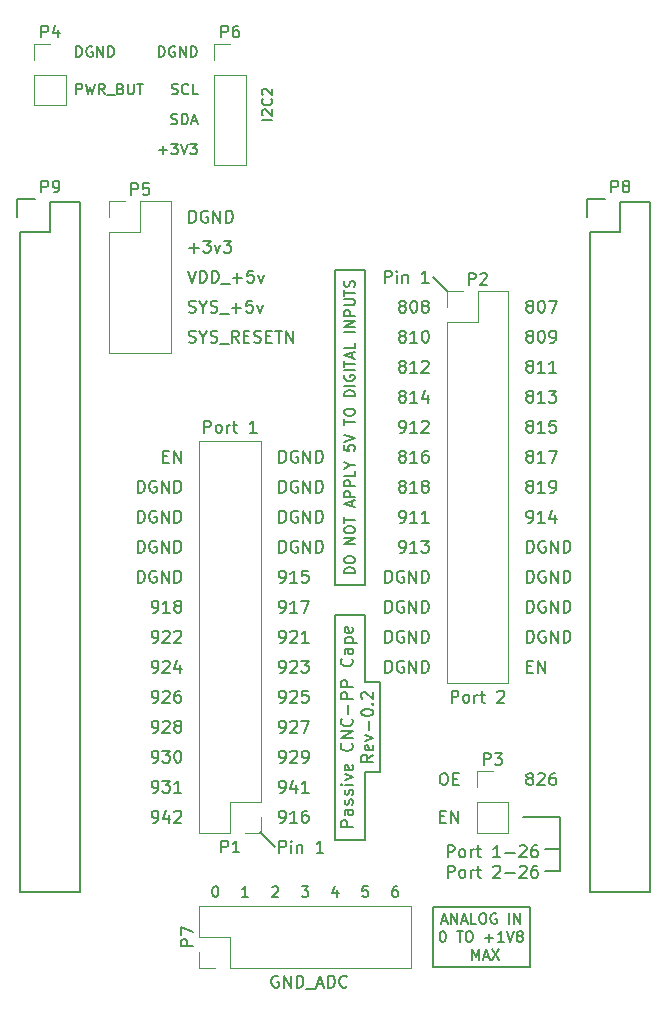
<source format=gto>
G04 #@! TF.GenerationSoftware,KiCad,Pcbnew,no-vcs-found-ecdfa40~58~ubuntu16.04.1*
G04 #@! TF.CreationDate,2017-03-29T16:21:29+11:00*
G04 #@! TF.ProjectId,pp_cape_v02,70705F636170655F7630322E6B696361,0.2*
G04 #@! TF.FileFunction,Legend,Top*
G04 #@! TF.FilePolarity,Positive*
%FSLAX46Y46*%
G04 Gerber Fmt 4.6, Leading zero omitted, Abs format (unit mm)*
G04 Created by KiCad (PCBNEW no-vcs-found-ecdfa40~58~ubuntu16.04.1) date Wed Mar 29 16:21:29 2017*
%MOMM*%
%LPD*%
G01*
G04 APERTURE LIST*
%ADD10C,0.100000*%
%ADD11C,0.200000*%
%ADD12C,0.203200*%
%ADD13C,0.177800*%
%ADD14C,0.120000*%
%ADD15C,0.150000*%
G04 APERTURE END LIST*
D10*
D11*
X158280100Y-120802400D02*
X150025100Y-120802400D01*
X158280100Y-125882400D02*
X158280100Y-120802400D01*
X150025100Y-125882400D02*
X158280100Y-125882400D01*
X150025100Y-120802400D02*
X150025100Y-125882400D01*
X160820100Y-115849400D02*
X159550100Y-115849400D01*
X160820100Y-116992400D02*
X160820100Y-117754400D01*
X160820100Y-117627400D02*
X160820100Y-116992400D01*
X160820100Y-117754400D02*
X159550100Y-117754400D01*
X160820100Y-113182400D02*
X160820100Y-116992400D01*
X157645100Y-113182400D02*
X160820100Y-113182400D01*
D12*
X151307195Y-116588419D02*
X151307195Y-115572419D01*
X151694242Y-115572419D01*
X151791004Y-115620800D01*
X151839385Y-115669180D01*
X151887766Y-115765942D01*
X151887766Y-115911085D01*
X151839385Y-116007847D01*
X151791004Y-116056228D01*
X151694242Y-116104609D01*
X151307195Y-116104609D01*
X152468338Y-116588419D02*
X152371576Y-116540038D01*
X152323195Y-116491657D01*
X152274814Y-116394895D01*
X152274814Y-116104609D01*
X152323195Y-116007847D01*
X152371576Y-115959466D01*
X152468338Y-115911085D01*
X152613480Y-115911085D01*
X152710242Y-115959466D01*
X152758623Y-116007847D01*
X152807004Y-116104609D01*
X152807004Y-116394895D01*
X152758623Y-116491657D01*
X152710242Y-116540038D01*
X152613480Y-116588419D01*
X152468338Y-116588419D01*
X153242433Y-116588419D02*
X153242433Y-115911085D01*
X153242433Y-116104609D02*
X153290814Y-116007847D01*
X153339195Y-115959466D01*
X153435957Y-115911085D01*
X153532719Y-115911085D01*
X153726242Y-115911085D02*
X154113290Y-115911085D01*
X153871385Y-115572419D02*
X153871385Y-116443276D01*
X153919766Y-116540038D01*
X154016528Y-116588419D01*
X154113290Y-116588419D01*
X155758242Y-116588419D02*
X155177671Y-116588419D01*
X155467957Y-116588419D02*
X155467957Y-115572419D01*
X155371195Y-115717561D01*
X155274433Y-115814323D01*
X155177671Y-115862704D01*
X156193671Y-116201371D02*
X156967766Y-116201371D01*
X157403195Y-115669180D02*
X157451576Y-115620800D01*
X157548338Y-115572419D01*
X157790242Y-115572419D01*
X157887004Y-115620800D01*
X157935385Y-115669180D01*
X157983766Y-115765942D01*
X157983766Y-115862704D01*
X157935385Y-116007847D01*
X157354814Y-116588419D01*
X157983766Y-116588419D01*
X158854623Y-115572419D02*
X158661100Y-115572419D01*
X158564338Y-115620800D01*
X158515957Y-115669180D01*
X158419195Y-115814323D01*
X158370814Y-116007847D01*
X158370814Y-116394895D01*
X158419195Y-116491657D01*
X158467576Y-116540038D01*
X158564338Y-116588419D01*
X158757861Y-116588419D01*
X158854623Y-116540038D01*
X158903004Y-116491657D01*
X158951385Y-116394895D01*
X158951385Y-116152990D01*
X158903004Y-116056228D01*
X158854623Y-116007847D01*
X158757861Y-115959466D01*
X158564338Y-115959466D01*
X158467576Y-116007847D01*
X158419195Y-116056228D01*
X158370814Y-116152990D01*
X151307195Y-118315619D02*
X151307195Y-117299619D01*
X151694242Y-117299619D01*
X151791004Y-117348000D01*
X151839385Y-117396380D01*
X151887766Y-117493142D01*
X151887766Y-117638285D01*
X151839385Y-117735047D01*
X151791004Y-117783428D01*
X151694242Y-117831809D01*
X151307195Y-117831809D01*
X152468338Y-118315619D02*
X152371576Y-118267238D01*
X152323195Y-118218857D01*
X152274814Y-118122095D01*
X152274814Y-117831809D01*
X152323195Y-117735047D01*
X152371576Y-117686666D01*
X152468338Y-117638285D01*
X152613480Y-117638285D01*
X152710242Y-117686666D01*
X152758623Y-117735047D01*
X152807004Y-117831809D01*
X152807004Y-118122095D01*
X152758623Y-118218857D01*
X152710242Y-118267238D01*
X152613480Y-118315619D01*
X152468338Y-118315619D01*
X153242433Y-118315619D02*
X153242433Y-117638285D01*
X153242433Y-117831809D02*
X153290814Y-117735047D01*
X153339195Y-117686666D01*
X153435957Y-117638285D01*
X153532719Y-117638285D01*
X153726242Y-117638285D02*
X154113290Y-117638285D01*
X153871385Y-117299619D02*
X153871385Y-118170476D01*
X153919766Y-118267238D01*
X154016528Y-118315619D01*
X154113290Y-118315619D01*
X155177671Y-117396380D02*
X155226052Y-117348000D01*
X155322814Y-117299619D01*
X155564719Y-117299619D01*
X155661480Y-117348000D01*
X155709861Y-117396380D01*
X155758242Y-117493142D01*
X155758242Y-117589904D01*
X155709861Y-117735047D01*
X155129290Y-118315619D01*
X155758242Y-118315619D01*
X156193671Y-117928571D02*
X156967766Y-117928571D01*
X157403195Y-117396380D02*
X157451576Y-117348000D01*
X157548338Y-117299619D01*
X157790242Y-117299619D01*
X157887004Y-117348000D01*
X157935385Y-117396380D01*
X157983766Y-117493142D01*
X157983766Y-117589904D01*
X157935385Y-117735047D01*
X157354814Y-118315619D01*
X157983766Y-118315619D01*
X158854623Y-117299619D02*
X158661100Y-117299619D01*
X158564338Y-117348000D01*
X158515957Y-117396380D01*
X158419195Y-117541523D01*
X158370814Y-117735047D01*
X158370814Y-118122095D01*
X158419195Y-118218857D01*
X158467576Y-118267238D01*
X158564338Y-118315619D01*
X158757861Y-118315619D01*
X158854623Y-118267238D01*
X158903004Y-118218857D01*
X158951385Y-118122095D01*
X158951385Y-117880190D01*
X158903004Y-117783428D01*
X158854623Y-117735047D01*
X158757861Y-117686666D01*
X158564338Y-117686666D01*
X158467576Y-117735047D01*
X158419195Y-117783428D01*
X158370814Y-117880190D01*
X150884829Y-109451019D02*
X151078353Y-109451019D01*
X151175115Y-109499400D01*
X151271877Y-109596161D01*
X151320258Y-109789685D01*
X151320258Y-110128352D01*
X151271877Y-110321876D01*
X151175115Y-110418638D01*
X151078353Y-110467019D01*
X150884829Y-110467019D01*
X150788067Y-110418638D01*
X150691305Y-110321876D01*
X150642924Y-110128352D01*
X150642924Y-109789685D01*
X150691305Y-109596161D01*
X150788067Y-109499400D01*
X150884829Y-109451019D01*
X151755686Y-109934828D02*
X152094353Y-109934828D01*
X152239496Y-110467019D02*
X151755686Y-110467019D01*
X151755686Y-109451019D01*
X152239496Y-109451019D01*
D11*
X151295100Y-68732400D02*
X150025100Y-67462400D01*
X135420100Y-114452400D02*
X136690100Y-115722400D01*
X144310100Y-115087400D02*
X144310100Y-114452400D01*
X141770100Y-115087400D02*
X144310100Y-115087400D01*
X141770100Y-96037400D02*
X141770100Y-115087400D01*
X144310100Y-96037400D02*
X141770100Y-96037400D01*
X144310100Y-101752400D02*
X144310100Y-96037400D01*
X145580100Y-101752400D02*
X144310100Y-101752400D01*
X145580100Y-109372400D02*
X145580100Y-101752400D01*
X144310100Y-109372400D02*
X145580100Y-109372400D01*
X144310100Y-114452400D02*
X144310100Y-109372400D01*
X144310100Y-66827400D02*
X144310100Y-67462400D01*
X141770100Y-66827400D02*
X144310100Y-66827400D01*
X141770100Y-67462400D02*
X141770100Y-66827400D01*
X144310100Y-93497400D02*
X144310100Y-92227400D01*
X141770100Y-93497400D02*
X144310100Y-93497400D01*
X141770100Y-92227400D02*
X141770100Y-93497400D01*
X144310100Y-92227400D02*
X144310100Y-83972400D01*
X141770100Y-83972400D02*
X141770100Y-92227400D01*
X141770100Y-83972400D02*
X141770100Y-67462400D01*
X144310100Y-67462400D02*
X144310100Y-83972400D01*
D13*
X143442266Y-92523733D02*
X142553266Y-92523733D01*
X142553266Y-92312066D01*
X142595600Y-92185066D01*
X142680266Y-92100400D01*
X142764933Y-92058066D01*
X142934266Y-92015733D01*
X143061266Y-92015733D01*
X143230600Y-92058066D01*
X143315266Y-92100400D01*
X143399933Y-92185066D01*
X143442266Y-92312066D01*
X143442266Y-92523733D01*
X142553266Y-91465400D02*
X142553266Y-91296066D01*
X142595600Y-91211400D01*
X142680266Y-91126733D01*
X142849600Y-91084400D01*
X143145933Y-91084400D01*
X143315266Y-91126733D01*
X143399933Y-91211400D01*
X143442266Y-91296066D01*
X143442266Y-91465400D01*
X143399933Y-91550066D01*
X143315266Y-91634733D01*
X143145933Y-91677066D01*
X142849600Y-91677066D01*
X142680266Y-91634733D01*
X142595600Y-91550066D01*
X142553266Y-91465400D01*
X143442266Y-90026066D02*
X142553266Y-90026066D01*
X143442266Y-89518066D01*
X142553266Y-89518066D01*
X142553266Y-88925400D02*
X142553266Y-88756066D01*
X142595600Y-88671400D01*
X142680266Y-88586733D01*
X142849600Y-88544400D01*
X143145933Y-88544400D01*
X143315266Y-88586733D01*
X143399933Y-88671400D01*
X143442266Y-88756066D01*
X143442266Y-88925400D01*
X143399933Y-89010066D01*
X143315266Y-89094733D01*
X143145933Y-89137066D01*
X142849600Y-89137066D01*
X142680266Y-89094733D01*
X142595600Y-89010066D01*
X142553266Y-88925400D01*
X142553266Y-88290400D02*
X142553266Y-87782400D01*
X143442266Y-88036400D02*
X142553266Y-88036400D01*
X143188266Y-86851066D02*
X143188266Y-86427733D01*
X143442266Y-86935733D02*
X142553266Y-86639400D01*
X143442266Y-86343066D01*
X143442266Y-86046733D02*
X142553266Y-86046733D01*
X142553266Y-85708066D01*
X142595600Y-85623400D01*
X142637933Y-85581066D01*
X142722600Y-85538733D01*
X142849600Y-85538733D01*
X142934266Y-85581066D01*
X142976600Y-85623400D01*
X143018933Y-85708066D01*
X143018933Y-86046733D01*
X143442266Y-85157733D02*
X142553266Y-85157733D01*
X142553266Y-84819066D01*
X142595600Y-84734400D01*
X142637933Y-84692066D01*
X142722600Y-84649733D01*
X142849600Y-84649733D01*
X142934266Y-84692066D01*
X142976600Y-84734400D01*
X143018933Y-84819066D01*
X143018933Y-85157733D01*
X143442266Y-83845400D02*
X143442266Y-84268733D01*
X142553266Y-84268733D01*
X143018933Y-83379733D02*
X143442266Y-83379733D01*
X142553266Y-83676066D02*
X143018933Y-83379733D01*
X142553266Y-83083400D01*
X142553266Y-81686400D02*
X142553266Y-82109733D01*
X142976600Y-82152066D01*
X142934266Y-82109733D01*
X142891933Y-82025066D01*
X142891933Y-81813400D01*
X142934266Y-81728733D01*
X142976600Y-81686400D01*
X143061266Y-81644066D01*
X143272933Y-81644066D01*
X143357600Y-81686400D01*
X143399933Y-81728733D01*
X143442266Y-81813400D01*
X143442266Y-82025066D01*
X143399933Y-82109733D01*
X143357600Y-82152066D01*
X142553266Y-81390066D02*
X143442266Y-81093733D01*
X142553266Y-80797400D01*
X142553266Y-79950733D02*
X142553266Y-79442733D01*
X143442266Y-79696733D02*
X142553266Y-79696733D01*
X142553266Y-78977066D02*
X142553266Y-78807733D01*
X142595600Y-78723066D01*
X142680266Y-78638400D01*
X142849600Y-78596066D01*
X143145933Y-78596066D01*
X143315266Y-78638400D01*
X143399933Y-78723066D01*
X143442266Y-78807733D01*
X143442266Y-78977066D01*
X143399933Y-79061733D01*
X143315266Y-79146400D01*
X143145933Y-79188733D01*
X142849600Y-79188733D01*
X142680266Y-79146400D01*
X142595600Y-79061733D01*
X142553266Y-78977066D01*
X143442266Y-77537733D02*
X142553266Y-77537733D01*
X142553266Y-77326066D01*
X142595600Y-77199066D01*
X142680266Y-77114400D01*
X142764933Y-77072066D01*
X142934266Y-77029733D01*
X143061266Y-77029733D01*
X143230600Y-77072066D01*
X143315266Y-77114400D01*
X143399933Y-77199066D01*
X143442266Y-77326066D01*
X143442266Y-77537733D01*
X143442266Y-76648733D02*
X142553266Y-76648733D01*
X142595600Y-75759733D02*
X142553266Y-75844400D01*
X142553266Y-75971400D01*
X142595600Y-76098400D01*
X142680266Y-76183066D01*
X142764933Y-76225400D01*
X142934266Y-76267733D01*
X143061266Y-76267733D01*
X143230600Y-76225400D01*
X143315266Y-76183066D01*
X143399933Y-76098400D01*
X143442266Y-75971400D01*
X143442266Y-75886733D01*
X143399933Y-75759733D01*
X143357600Y-75717400D01*
X143061266Y-75717400D01*
X143061266Y-75886733D01*
X143442266Y-75336400D02*
X142553266Y-75336400D01*
X142553266Y-75040066D02*
X142553266Y-74532066D01*
X143442266Y-74786066D02*
X142553266Y-74786066D01*
X143188266Y-74278066D02*
X143188266Y-73854733D01*
X143442266Y-74362733D02*
X142553266Y-74066400D01*
X143442266Y-73770066D01*
X143442266Y-73050400D02*
X143442266Y-73473733D01*
X142553266Y-73473733D01*
X143442266Y-72076733D02*
X142553266Y-72076733D01*
X143442266Y-71653400D02*
X142553266Y-71653400D01*
X143442266Y-71145400D01*
X142553266Y-71145400D01*
X143442266Y-70722066D02*
X142553266Y-70722066D01*
X142553266Y-70383400D01*
X142595600Y-70298733D01*
X142637933Y-70256400D01*
X142722600Y-70214066D01*
X142849600Y-70214066D01*
X142934266Y-70256400D01*
X142976600Y-70298733D01*
X143018933Y-70383400D01*
X143018933Y-70722066D01*
X142553266Y-69833066D02*
X143272933Y-69833066D01*
X143357600Y-69790733D01*
X143399933Y-69748400D01*
X143442266Y-69663733D01*
X143442266Y-69494400D01*
X143399933Y-69409733D01*
X143357600Y-69367400D01*
X143272933Y-69325066D01*
X142553266Y-69325066D01*
X142553266Y-69028733D02*
X142553266Y-68520733D01*
X143442266Y-68774733D02*
X142553266Y-68774733D01*
X143399933Y-68266733D02*
X143442266Y-68139733D01*
X143442266Y-67928066D01*
X143399933Y-67843400D01*
X143357600Y-67801066D01*
X143272933Y-67758733D01*
X143188266Y-67758733D01*
X143103600Y-67801066D01*
X143061266Y-67843400D01*
X143018933Y-67928066D01*
X142976600Y-68097400D01*
X142934266Y-68182066D01*
X142891933Y-68224400D01*
X142807266Y-68266733D01*
X142722600Y-68266733D01*
X142637933Y-68224400D01*
X142595600Y-68182066D01*
X142553266Y-68097400D01*
X142553266Y-67885733D01*
X142595600Y-67758733D01*
D12*
X143271119Y-114004876D02*
X142255119Y-114004876D01*
X142255119Y-113617828D01*
X142303500Y-113521066D01*
X142351880Y-113472685D01*
X142448642Y-113424304D01*
X142593785Y-113424304D01*
X142690547Y-113472685D01*
X142738928Y-113521066D01*
X142787309Y-113617828D01*
X142787309Y-114004876D01*
X143271119Y-112553447D02*
X142738928Y-112553447D01*
X142642166Y-112601828D01*
X142593785Y-112698590D01*
X142593785Y-112892114D01*
X142642166Y-112988876D01*
X143222738Y-112553447D02*
X143271119Y-112650209D01*
X143271119Y-112892114D01*
X143222738Y-112988876D01*
X143125976Y-113037257D01*
X143029214Y-113037257D01*
X142932452Y-112988876D01*
X142884071Y-112892114D01*
X142884071Y-112650209D01*
X142835690Y-112553447D01*
X143222738Y-112118019D02*
X143271119Y-112021257D01*
X143271119Y-111827733D01*
X143222738Y-111730971D01*
X143125976Y-111682590D01*
X143077595Y-111682590D01*
X142980833Y-111730971D01*
X142932452Y-111827733D01*
X142932452Y-111972876D01*
X142884071Y-112069638D01*
X142787309Y-112118019D01*
X142738928Y-112118019D01*
X142642166Y-112069638D01*
X142593785Y-111972876D01*
X142593785Y-111827733D01*
X142642166Y-111730971D01*
X143222738Y-111295542D02*
X143271119Y-111198780D01*
X143271119Y-111005257D01*
X143222738Y-110908495D01*
X143125976Y-110860114D01*
X143077595Y-110860114D01*
X142980833Y-110908495D01*
X142932452Y-111005257D01*
X142932452Y-111150400D01*
X142884071Y-111247161D01*
X142787309Y-111295542D01*
X142738928Y-111295542D01*
X142642166Y-111247161D01*
X142593785Y-111150400D01*
X142593785Y-111005257D01*
X142642166Y-110908495D01*
X143271119Y-110424685D02*
X142593785Y-110424685D01*
X142255119Y-110424685D02*
X142303500Y-110473066D01*
X142351880Y-110424685D01*
X142303500Y-110376304D01*
X142255119Y-110424685D01*
X142351880Y-110424685D01*
X142593785Y-110037638D02*
X143271119Y-109795733D01*
X142593785Y-109553828D01*
X143222738Y-108779733D02*
X143271119Y-108876495D01*
X143271119Y-109070019D01*
X143222738Y-109166780D01*
X143125976Y-109215161D01*
X142738928Y-109215161D01*
X142642166Y-109166780D01*
X142593785Y-109070019D01*
X142593785Y-108876495D01*
X142642166Y-108779733D01*
X142738928Y-108731352D01*
X142835690Y-108731352D01*
X142932452Y-109215161D01*
X143174357Y-106941257D02*
X143222738Y-106989638D01*
X143271119Y-107134780D01*
X143271119Y-107231542D01*
X143222738Y-107376685D01*
X143125976Y-107473447D01*
X143029214Y-107521828D01*
X142835690Y-107570209D01*
X142690547Y-107570209D01*
X142497023Y-107521828D01*
X142400261Y-107473447D01*
X142303500Y-107376685D01*
X142255119Y-107231542D01*
X142255119Y-107134780D01*
X142303500Y-106989638D01*
X142351880Y-106941257D01*
X143271119Y-106505828D02*
X142255119Y-106505828D01*
X143271119Y-105925257D01*
X142255119Y-105925257D01*
X143174357Y-104860876D02*
X143222738Y-104909257D01*
X143271119Y-105054400D01*
X143271119Y-105151161D01*
X143222738Y-105296304D01*
X143125976Y-105393066D01*
X143029214Y-105441447D01*
X142835690Y-105489828D01*
X142690547Y-105489828D01*
X142497023Y-105441447D01*
X142400261Y-105393066D01*
X142303500Y-105296304D01*
X142255119Y-105151161D01*
X142255119Y-105054400D01*
X142303500Y-104909257D01*
X142351880Y-104860876D01*
X142884071Y-104425447D02*
X142884071Y-103651352D01*
X143271119Y-103167542D02*
X142255119Y-103167542D01*
X142255119Y-102780495D01*
X142303500Y-102683733D01*
X142351880Y-102635352D01*
X142448642Y-102586971D01*
X142593785Y-102586971D01*
X142690547Y-102635352D01*
X142738928Y-102683733D01*
X142787309Y-102780495D01*
X142787309Y-103167542D01*
X143271119Y-102151542D02*
X142255119Y-102151542D01*
X142255119Y-101764495D01*
X142303500Y-101667733D01*
X142351880Y-101619352D01*
X142448642Y-101570971D01*
X142593785Y-101570971D01*
X142690547Y-101619352D01*
X142738928Y-101667733D01*
X142787309Y-101764495D01*
X142787309Y-102151542D01*
X143174357Y-99780876D02*
X143222738Y-99829257D01*
X143271119Y-99974400D01*
X143271119Y-100071161D01*
X143222738Y-100216304D01*
X143125976Y-100313066D01*
X143029214Y-100361447D01*
X142835690Y-100409828D01*
X142690547Y-100409828D01*
X142497023Y-100361447D01*
X142400261Y-100313066D01*
X142303500Y-100216304D01*
X142255119Y-100071161D01*
X142255119Y-99974400D01*
X142303500Y-99829257D01*
X142351880Y-99780876D01*
X143271119Y-98910019D02*
X142738928Y-98910019D01*
X142642166Y-98958400D01*
X142593785Y-99055161D01*
X142593785Y-99248685D01*
X142642166Y-99345447D01*
X143222738Y-98910019D02*
X143271119Y-99006780D01*
X143271119Y-99248685D01*
X143222738Y-99345447D01*
X143125976Y-99393828D01*
X143029214Y-99393828D01*
X142932452Y-99345447D01*
X142884071Y-99248685D01*
X142884071Y-99006780D01*
X142835690Y-98910019D01*
X142593785Y-98426209D02*
X143609785Y-98426209D01*
X142642166Y-98426209D02*
X142593785Y-98329447D01*
X142593785Y-98135923D01*
X142642166Y-98039161D01*
X142690547Y-97990780D01*
X142787309Y-97942400D01*
X143077595Y-97942400D01*
X143174357Y-97990780D01*
X143222738Y-98039161D01*
X143271119Y-98135923D01*
X143271119Y-98329447D01*
X143222738Y-98426209D01*
X143222738Y-97119923D02*
X143271119Y-97216685D01*
X143271119Y-97410209D01*
X143222738Y-97506971D01*
X143125976Y-97555352D01*
X142738928Y-97555352D01*
X142642166Y-97506971D01*
X142593785Y-97410209D01*
X142593785Y-97216685D01*
X142642166Y-97119923D01*
X142738928Y-97071542D01*
X142835690Y-97071542D01*
X142932452Y-97555352D01*
X144998319Y-107908876D02*
X144514509Y-108247542D01*
X144998319Y-108489447D02*
X143982319Y-108489447D01*
X143982319Y-108102400D01*
X144030700Y-108005638D01*
X144079080Y-107957257D01*
X144175842Y-107908876D01*
X144320985Y-107908876D01*
X144417747Y-107957257D01*
X144466128Y-108005638D01*
X144514509Y-108102400D01*
X144514509Y-108489447D01*
X144949938Y-107086400D02*
X144998319Y-107183161D01*
X144998319Y-107376685D01*
X144949938Y-107473447D01*
X144853176Y-107521828D01*
X144466128Y-107521828D01*
X144369366Y-107473447D01*
X144320985Y-107376685D01*
X144320985Y-107183161D01*
X144369366Y-107086400D01*
X144466128Y-107038019D01*
X144562890Y-107038019D01*
X144659652Y-107521828D01*
X144320985Y-106699352D02*
X144998319Y-106457447D01*
X144320985Y-106215542D01*
X144611271Y-105828495D02*
X144611271Y-105054400D01*
X143982319Y-104377066D02*
X143982319Y-104280304D01*
X144030700Y-104183542D01*
X144079080Y-104135161D01*
X144175842Y-104086780D01*
X144369366Y-104038400D01*
X144611271Y-104038400D01*
X144804795Y-104086780D01*
X144901557Y-104135161D01*
X144949938Y-104183542D01*
X144998319Y-104280304D01*
X144998319Y-104377066D01*
X144949938Y-104473828D01*
X144901557Y-104522209D01*
X144804795Y-104570590D01*
X144611271Y-104618971D01*
X144369366Y-104618971D01*
X144175842Y-104570590D01*
X144079080Y-104522209D01*
X144030700Y-104473828D01*
X143982319Y-104377066D01*
X144901557Y-103602971D02*
X144949938Y-103554590D01*
X144998319Y-103602971D01*
X144949938Y-103651352D01*
X144901557Y-103602971D01*
X144998319Y-103602971D01*
X144079080Y-103167542D02*
X144030700Y-103119161D01*
X143982319Y-103022400D01*
X143982319Y-102780495D01*
X144030700Y-102683733D01*
X144079080Y-102635352D01*
X144175842Y-102586971D01*
X144272604Y-102586971D01*
X144417747Y-102635352D01*
X144998319Y-103215923D01*
X144998319Y-102586971D01*
D13*
X136457266Y-54148566D02*
X135568266Y-54148566D01*
X135652933Y-53767566D02*
X135610600Y-53725233D01*
X135568266Y-53640566D01*
X135568266Y-53428900D01*
X135610600Y-53344233D01*
X135652933Y-53301900D01*
X135737600Y-53259566D01*
X135822266Y-53259566D01*
X135949266Y-53301900D01*
X136457266Y-53809900D01*
X136457266Y-53259566D01*
X136372600Y-52370566D02*
X136414933Y-52412900D01*
X136457266Y-52539900D01*
X136457266Y-52624566D01*
X136414933Y-52751566D01*
X136330266Y-52836233D01*
X136245600Y-52878566D01*
X136076266Y-52920900D01*
X135949266Y-52920900D01*
X135779933Y-52878566D01*
X135695266Y-52836233D01*
X135610600Y-52751566D01*
X135568266Y-52624566D01*
X135568266Y-52539900D01*
X135610600Y-52412900D01*
X135652933Y-52370566D01*
X135652933Y-52031900D02*
X135610600Y-51989566D01*
X135568266Y-51904900D01*
X135568266Y-51693233D01*
X135610600Y-51608566D01*
X135652933Y-51566233D01*
X135737600Y-51523900D01*
X135822266Y-51523900D01*
X135949266Y-51566233D01*
X136457266Y-52074233D01*
X136457266Y-51523900D01*
X127938530Y-51947233D02*
X128065530Y-51989566D01*
X128277196Y-51989566D01*
X128361863Y-51947233D01*
X128404196Y-51904900D01*
X128446530Y-51820233D01*
X128446530Y-51735566D01*
X128404196Y-51650900D01*
X128361863Y-51608566D01*
X128277196Y-51566233D01*
X128107863Y-51523900D01*
X128023196Y-51481566D01*
X127980863Y-51439233D01*
X127938530Y-51354566D01*
X127938530Y-51269900D01*
X127980863Y-51185233D01*
X128023196Y-51142900D01*
X128107863Y-51100566D01*
X128319530Y-51100566D01*
X128446530Y-51142900D01*
X129335530Y-51904900D02*
X129293196Y-51947233D01*
X129166196Y-51989566D01*
X129081530Y-51989566D01*
X128954530Y-51947233D01*
X128869863Y-51862566D01*
X128827530Y-51777900D01*
X128785196Y-51608566D01*
X128785196Y-51481566D01*
X128827530Y-51312233D01*
X128869863Y-51227566D01*
X128954530Y-51142900D01*
X129081530Y-51100566D01*
X129166196Y-51100566D01*
X129293196Y-51142900D01*
X129335530Y-51185233D01*
X130139863Y-51989566D02*
X129716530Y-51989566D01*
X129716530Y-51100566D01*
X127896196Y-54487233D02*
X128023196Y-54529566D01*
X128234863Y-54529566D01*
X128319530Y-54487233D01*
X128361863Y-54444900D01*
X128404196Y-54360233D01*
X128404196Y-54275566D01*
X128361863Y-54190900D01*
X128319530Y-54148566D01*
X128234863Y-54106233D01*
X128065530Y-54063900D01*
X127980863Y-54021566D01*
X127938530Y-53979233D01*
X127896196Y-53894566D01*
X127896196Y-53809900D01*
X127938530Y-53725233D01*
X127980863Y-53682900D01*
X128065530Y-53640566D01*
X128277196Y-53640566D01*
X128404196Y-53682900D01*
X128785196Y-54529566D02*
X128785196Y-53640566D01*
X128996863Y-53640566D01*
X129123863Y-53682900D01*
X129208530Y-53767566D01*
X129250863Y-53852233D01*
X129293196Y-54021566D01*
X129293196Y-54148566D01*
X129250863Y-54317900D01*
X129208530Y-54402566D01*
X129123863Y-54487233D01*
X128996863Y-54529566D01*
X128785196Y-54529566D01*
X129631863Y-54275566D02*
X130055196Y-54275566D01*
X129547196Y-54529566D02*
X129843530Y-53640566D01*
X130139863Y-54529566D01*
X126880196Y-56730900D02*
X127557530Y-56730900D01*
X127218863Y-57069566D02*
X127218863Y-56392233D01*
X127896196Y-56180566D02*
X128446530Y-56180566D01*
X128150196Y-56519233D01*
X128277196Y-56519233D01*
X128361863Y-56561566D01*
X128404196Y-56603900D01*
X128446530Y-56688566D01*
X128446530Y-56900233D01*
X128404196Y-56984900D01*
X128361863Y-57027233D01*
X128277196Y-57069566D01*
X128023196Y-57069566D01*
X127938530Y-57027233D01*
X127896196Y-56984900D01*
X128700530Y-56180566D02*
X128996863Y-57069566D01*
X129293196Y-56180566D01*
X129504863Y-56180566D02*
X130055196Y-56180566D01*
X129758863Y-56519233D01*
X129885863Y-56519233D01*
X129970530Y-56561566D01*
X130012863Y-56603900D01*
X130055196Y-56688566D01*
X130055196Y-56900233D01*
X130012863Y-56984900D01*
X129970530Y-57027233D01*
X129885863Y-57069566D01*
X129631863Y-57069566D01*
X129547196Y-57027233D01*
X129504863Y-56984900D01*
X126837863Y-48814566D02*
X126837863Y-47925566D01*
X127049530Y-47925566D01*
X127176530Y-47967900D01*
X127261196Y-48052566D01*
X127303530Y-48137233D01*
X127345863Y-48306566D01*
X127345863Y-48433566D01*
X127303530Y-48602900D01*
X127261196Y-48687566D01*
X127176530Y-48772233D01*
X127049530Y-48814566D01*
X126837863Y-48814566D01*
X128192530Y-47967900D02*
X128107863Y-47925566D01*
X127980863Y-47925566D01*
X127853863Y-47967900D01*
X127769196Y-48052566D01*
X127726863Y-48137233D01*
X127684530Y-48306566D01*
X127684530Y-48433566D01*
X127726863Y-48602900D01*
X127769196Y-48687566D01*
X127853863Y-48772233D01*
X127980863Y-48814566D01*
X128065530Y-48814566D01*
X128192530Y-48772233D01*
X128234863Y-48729900D01*
X128234863Y-48433566D01*
X128065530Y-48433566D01*
X128615863Y-48814566D02*
X128615863Y-47925566D01*
X129123863Y-48814566D01*
X129123863Y-47925566D01*
X129547196Y-48814566D02*
X129547196Y-47925566D01*
X129758863Y-47925566D01*
X129885863Y-47967900D01*
X129970530Y-48052566D01*
X130012863Y-48137233D01*
X130055196Y-48306566D01*
X130055196Y-48433566D01*
X130012863Y-48602900D01*
X129970530Y-48687566D01*
X129885863Y-48772233D01*
X129758863Y-48814566D01*
X129547196Y-48814566D01*
X147019433Y-119045566D02*
X146850100Y-119045566D01*
X146765433Y-119087900D01*
X146723100Y-119130233D01*
X146638433Y-119257233D01*
X146596100Y-119426566D01*
X146596100Y-119765233D01*
X146638433Y-119849900D01*
X146680766Y-119892233D01*
X146765433Y-119934566D01*
X146934766Y-119934566D01*
X147019433Y-119892233D01*
X147061766Y-119849900D01*
X147104100Y-119765233D01*
X147104100Y-119553566D01*
X147061766Y-119468900D01*
X147019433Y-119426566D01*
X146934766Y-119384233D01*
X146765433Y-119384233D01*
X146680766Y-119426566D01*
X146638433Y-119468900D01*
X146596100Y-119553566D01*
X144521766Y-119045566D02*
X144098433Y-119045566D01*
X144056100Y-119468900D01*
X144098433Y-119426566D01*
X144183100Y-119384233D01*
X144394766Y-119384233D01*
X144479433Y-119426566D01*
X144521766Y-119468900D01*
X144564100Y-119553566D01*
X144564100Y-119765233D01*
X144521766Y-119849900D01*
X144479433Y-119892233D01*
X144394766Y-119934566D01*
X144183100Y-119934566D01*
X144098433Y-119892233D01*
X144056100Y-119849900D01*
X141939433Y-119341900D02*
X141939433Y-119934566D01*
X141727766Y-119003233D02*
X141516100Y-119638233D01*
X142066433Y-119638233D01*
X138933766Y-119045566D02*
X139484100Y-119045566D01*
X139187766Y-119384233D01*
X139314766Y-119384233D01*
X139399433Y-119426566D01*
X139441766Y-119468900D01*
X139484100Y-119553566D01*
X139484100Y-119765233D01*
X139441766Y-119849900D01*
X139399433Y-119892233D01*
X139314766Y-119934566D01*
X139060766Y-119934566D01*
X138976100Y-119892233D01*
X138933766Y-119849900D01*
X136436100Y-119130233D02*
X136478433Y-119087900D01*
X136563100Y-119045566D01*
X136774766Y-119045566D01*
X136859433Y-119087900D01*
X136901766Y-119130233D01*
X136944100Y-119214900D01*
X136944100Y-119299566D01*
X136901766Y-119426566D01*
X136393766Y-119934566D01*
X136944100Y-119934566D01*
X134404100Y-119934566D02*
X133896100Y-119934566D01*
X134150100Y-119934566D02*
X134150100Y-119045566D01*
X134065433Y-119172566D01*
X133980766Y-119257233D01*
X133896100Y-119299566D01*
X131567766Y-119045566D02*
X131652433Y-119045566D01*
X131737100Y-119087900D01*
X131779433Y-119130233D01*
X131821766Y-119214900D01*
X131864100Y-119384233D01*
X131864100Y-119595900D01*
X131821766Y-119765233D01*
X131779433Y-119849900D01*
X131737100Y-119892233D01*
X131652433Y-119934566D01*
X131567766Y-119934566D01*
X131483100Y-119892233D01*
X131440766Y-119849900D01*
X131398433Y-119765233D01*
X131356100Y-119595900D01*
X131356100Y-119384233D01*
X131398433Y-119214900D01*
X131440766Y-119130233D01*
X131483100Y-119087900D01*
X131567766Y-119045566D01*
X150787100Y-121979266D02*
X151210433Y-121979266D01*
X150702433Y-122233266D02*
X150998766Y-121344266D01*
X151295100Y-122233266D01*
X151591433Y-122233266D02*
X151591433Y-121344266D01*
X152099433Y-122233266D01*
X152099433Y-121344266D01*
X152480433Y-121979266D02*
X152903766Y-121979266D01*
X152395766Y-122233266D02*
X152692100Y-121344266D01*
X152988433Y-122233266D01*
X153708100Y-122233266D02*
X153284766Y-122233266D01*
X153284766Y-121344266D01*
X154173766Y-121344266D02*
X154343100Y-121344266D01*
X154427766Y-121386600D01*
X154512433Y-121471266D01*
X154554766Y-121640600D01*
X154554766Y-121936933D01*
X154512433Y-122106266D01*
X154427766Y-122190933D01*
X154343100Y-122233266D01*
X154173766Y-122233266D01*
X154089100Y-122190933D01*
X154004433Y-122106266D01*
X153962100Y-121936933D01*
X153962100Y-121640600D01*
X154004433Y-121471266D01*
X154089100Y-121386600D01*
X154173766Y-121344266D01*
X155401433Y-121386600D02*
X155316766Y-121344266D01*
X155189766Y-121344266D01*
X155062766Y-121386600D01*
X154978100Y-121471266D01*
X154935766Y-121555933D01*
X154893433Y-121725266D01*
X154893433Y-121852266D01*
X154935766Y-122021600D01*
X154978100Y-122106266D01*
X155062766Y-122190933D01*
X155189766Y-122233266D01*
X155274433Y-122233266D01*
X155401433Y-122190933D01*
X155443766Y-122148600D01*
X155443766Y-121852266D01*
X155274433Y-121852266D01*
X156502100Y-122233266D02*
X156502100Y-121344266D01*
X156925433Y-122233266D02*
X156925433Y-121344266D01*
X157433433Y-122233266D01*
X157433433Y-121344266D01*
X150829433Y-122855566D02*
X150914100Y-122855566D01*
X150998766Y-122897900D01*
X151041100Y-122940233D01*
X151083433Y-123024900D01*
X151125766Y-123194233D01*
X151125766Y-123405900D01*
X151083433Y-123575233D01*
X151041100Y-123659900D01*
X150998766Y-123702233D01*
X150914100Y-123744566D01*
X150829433Y-123744566D01*
X150744766Y-123702233D01*
X150702433Y-123659900D01*
X150660100Y-123575233D01*
X150617766Y-123405900D01*
X150617766Y-123194233D01*
X150660100Y-123024900D01*
X150702433Y-122940233D01*
X150744766Y-122897900D01*
X150829433Y-122855566D01*
X152057100Y-122855566D02*
X152565100Y-122855566D01*
X152311100Y-123744566D02*
X152311100Y-122855566D01*
X153030766Y-122855566D02*
X153200100Y-122855566D01*
X153284766Y-122897900D01*
X153369433Y-122982566D01*
X153411766Y-123151900D01*
X153411766Y-123448233D01*
X153369433Y-123617566D01*
X153284766Y-123702233D01*
X153200100Y-123744566D01*
X153030766Y-123744566D01*
X152946100Y-123702233D01*
X152861433Y-123617566D01*
X152819100Y-123448233D01*
X152819100Y-123151900D01*
X152861433Y-122982566D01*
X152946100Y-122897900D01*
X153030766Y-122855566D01*
X154470100Y-123405900D02*
X155147433Y-123405900D01*
X154808766Y-123744566D02*
X154808766Y-123067233D01*
X156036433Y-123744566D02*
X155528433Y-123744566D01*
X155782433Y-123744566D02*
X155782433Y-122855566D01*
X155697766Y-122982566D01*
X155613100Y-123067233D01*
X155528433Y-123109566D01*
X156290433Y-122855566D02*
X156586766Y-123744566D01*
X156883100Y-122855566D01*
X157306433Y-123236566D02*
X157221766Y-123194233D01*
X157179433Y-123151900D01*
X157137100Y-123067233D01*
X157137100Y-123024900D01*
X157179433Y-122940233D01*
X157221766Y-122897900D01*
X157306433Y-122855566D01*
X157475766Y-122855566D01*
X157560433Y-122897900D01*
X157602766Y-122940233D01*
X157645100Y-123024900D01*
X157645100Y-123067233D01*
X157602766Y-123151900D01*
X157560433Y-123194233D01*
X157475766Y-123236566D01*
X157306433Y-123236566D01*
X157221766Y-123278900D01*
X157179433Y-123321233D01*
X157137100Y-123405900D01*
X157137100Y-123575233D01*
X157179433Y-123659900D01*
X157221766Y-123702233D01*
X157306433Y-123744566D01*
X157475766Y-123744566D01*
X157560433Y-123702233D01*
X157602766Y-123659900D01*
X157645100Y-123575233D01*
X157645100Y-123405900D01*
X157602766Y-123321233D01*
X157560433Y-123278900D01*
X157475766Y-123236566D01*
X153369433Y-125255866D02*
X153369433Y-124366866D01*
X153665766Y-125001866D01*
X153962100Y-124366866D01*
X153962100Y-125255866D01*
X154343100Y-125001866D02*
X154766433Y-125001866D01*
X154258433Y-125255866D02*
X154554766Y-124366866D01*
X154851100Y-125255866D01*
X155062766Y-124366866D02*
X155655433Y-125255866D01*
X155655433Y-124366866D02*
X155062766Y-125255866D01*
D12*
X136961275Y-126644400D02*
X136864513Y-126596019D01*
X136719370Y-126596019D01*
X136574227Y-126644400D01*
X136477465Y-126741161D01*
X136429084Y-126837923D01*
X136380703Y-127031447D01*
X136380703Y-127176590D01*
X136429084Y-127370114D01*
X136477465Y-127466876D01*
X136574227Y-127563638D01*
X136719370Y-127612019D01*
X136816132Y-127612019D01*
X136961275Y-127563638D01*
X137009656Y-127515257D01*
X137009656Y-127176590D01*
X136816132Y-127176590D01*
X137445084Y-127612019D02*
X137445084Y-126596019D01*
X138025656Y-127612019D01*
X138025656Y-126596019D01*
X138509465Y-127612019D02*
X138509465Y-126596019D01*
X138751370Y-126596019D01*
X138896513Y-126644400D01*
X138993275Y-126741161D01*
X139041656Y-126837923D01*
X139090037Y-127031447D01*
X139090037Y-127176590D01*
X139041656Y-127370114D01*
X138993275Y-127466876D01*
X138896513Y-127563638D01*
X138751370Y-127612019D01*
X138509465Y-127612019D01*
X139283560Y-127708780D02*
X140057656Y-127708780D01*
X140251180Y-127321733D02*
X140734989Y-127321733D01*
X140154418Y-127612019D02*
X140493084Y-126596019D01*
X140831751Y-127612019D01*
X141170418Y-127612019D02*
X141170418Y-126596019D01*
X141412322Y-126596019D01*
X141557465Y-126644400D01*
X141654227Y-126741161D01*
X141702608Y-126837923D01*
X141750989Y-127031447D01*
X141750989Y-127176590D01*
X141702608Y-127370114D01*
X141654227Y-127466876D01*
X141557465Y-127563638D01*
X141412322Y-127612019D01*
X141170418Y-127612019D01*
X142766989Y-127515257D02*
X142718608Y-127563638D01*
X142573465Y-127612019D01*
X142476703Y-127612019D01*
X142331560Y-127563638D01*
X142234799Y-127466876D01*
X142186418Y-127370114D01*
X142138037Y-127176590D01*
X142138037Y-127031447D01*
X142186418Y-126837923D01*
X142234799Y-126741161D01*
X142331560Y-126644400D01*
X142476703Y-126596019D01*
X142573465Y-126596019D01*
X142718608Y-126644400D01*
X142766989Y-126692780D01*
D13*
X119872336Y-51989566D02*
X119872336Y-51100566D01*
X120211003Y-51100566D01*
X120295670Y-51142900D01*
X120338003Y-51185233D01*
X120380336Y-51269900D01*
X120380336Y-51396900D01*
X120338003Y-51481566D01*
X120295670Y-51523900D01*
X120211003Y-51566233D01*
X119872336Y-51566233D01*
X120676670Y-51100566D02*
X120888336Y-51989566D01*
X121057670Y-51354566D01*
X121227003Y-51989566D01*
X121438670Y-51100566D01*
X122285336Y-51989566D02*
X121989003Y-51566233D01*
X121777336Y-51989566D02*
X121777336Y-51100566D01*
X122116003Y-51100566D01*
X122200670Y-51142900D01*
X122243003Y-51185233D01*
X122285336Y-51269900D01*
X122285336Y-51396900D01*
X122243003Y-51481566D01*
X122200670Y-51523900D01*
X122116003Y-51566233D01*
X121777336Y-51566233D01*
X122454670Y-52074233D02*
X123132003Y-52074233D01*
X123640003Y-51523900D02*
X123767003Y-51566233D01*
X123809336Y-51608566D01*
X123851670Y-51693233D01*
X123851670Y-51820233D01*
X123809336Y-51904900D01*
X123767003Y-51947233D01*
X123682336Y-51989566D01*
X123343670Y-51989566D01*
X123343670Y-51100566D01*
X123640003Y-51100566D01*
X123724670Y-51142900D01*
X123767003Y-51185233D01*
X123809336Y-51269900D01*
X123809336Y-51354566D01*
X123767003Y-51439233D01*
X123724670Y-51481566D01*
X123640003Y-51523900D01*
X123343670Y-51523900D01*
X124232670Y-51100566D02*
X124232670Y-51820233D01*
X124275003Y-51904900D01*
X124317336Y-51947233D01*
X124402003Y-51989566D01*
X124571336Y-51989566D01*
X124656003Y-51947233D01*
X124698336Y-51904900D01*
X124740670Y-51820233D01*
X124740670Y-51100566D01*
X125037003Y-51100566D02*
X125545003Y-51100566D01*
X125291003Y-51989566D02*
X125291003Y-51100566D01*
X119872336Y-48814566D02*
X119872336Y-47925566D01*
X120084003Y-47925566D01*
X120211003Y-47967900D01*
X120295670Y-48052566D01*
X120338003Y-48137233D01*
X120380336Y-48306566D01*
X120380336Y-48433566D01*
X120338003Y-48602900D01*
X120295670Y-48687566D01*
X120211003Y-48772233D01*
X120084003Y-48814566D01*
X119872336Y-48814566D01*
X121227003Y-47967900D02*
X121142336Y-47925566D01*
X121015336Y-47925566D01*
X120888336Y-47967900D01*
X120803670Y-48052566D01*
X120761336Y-48137233D01*
X120719003Y-48306566D01*
X120719003Y-48433566D01*
X120761336Y-48602900D01*
X120803670Y-48687566D01*
X120888336Y-48772233D01*
X121015336Y-48814566D01*
X121100003Y-48814566D01*
X121227003Y-48772233D01*
X121269336Y-48729900D01*
X121269336Y-48433566D01*
X121100003Y-48433566D01*
X121650336Y-48814566D02*
X121650336Y-47925566D01*
X122158336Y-48814566D01*
X122158336Y-47925566D01*
X122581670Y-48814566D02*
X122581670Y-47925566D01*
X122793336Y-47925566D01*
X122920336Y-47967900D01*
X123005003Y-48052566D01*
X123047336Y-48137233D01*
X123089670Y-48306566D01*
X123089670Y-48433566D01*
X123047336Y-48602900D01*
X123005003Y-48687566D01*
X122920336Y-48772233D01*
X122793336Y-48814566D01*
X122581670Y-48814566D01*
D12*
X126325448Y-95862019D02*
X126518972Y-95862019D01*
X126615734Y-95813638D01*
X126664115Y-95765257D01*
X126760877Y-95620114D01*
X126809258Y-95426590D01*
X126809258Y-95039542D01*
X126760877Y-94942780D01*
X126712496Y-94894400D01*
X126615734Y-94846019D01*
X126422210Y-94846019D01*
X126325448Y-94894400D01*
X126277067Y-94942780D01*
X126228686Y-95039542D01*
X126228686Y-95281447D01*
X126277067Y-95378209D01*
X126325448Y-95426590D01*
X126422210Y-95474971D01*
X126615734Y-95474971D01*
X126712496Y-95426590D01*
X126760877Y-95378209D01*
X126809258Y-95281447D01*
X127776877Y-95862019D02*
X127196305Y-95862019D01*
X127486591Y-95862019D02*
X127486591Y-94846019D01*
X127389829Y-94991161D01*
X127293067Y-95087923D01*
X127196305Y-95136304D01*
X128357448Y-95281447D02*
X128260686Y-95233066D01*
X128212305Y-95184685D01*
X128163924Y-95087923D01*
X128163924Y-95039542D01*
X128212305Y-94942780D01*
X128260686Y-94894400D01*
X128357448Y-94846019D01*
X128550972Y-94846019D01*
X128647734Y-94894400D01*
X128696115Y-94942780D01*
X128744496Y-95039542D01*
X128744496Y-95087923D01*
X128696115Y-95184685D01*
X128647734Y-95233066D01*
X128550972Y-95281447D01*
X128357448Y-95281447D01*
X128260686Y-95329828D01*
X128212305Y-95378209D01*
X128163924Y-95474971D01*
X128163924Y-95668495D01*
X128212305Y-95765257D01*
X128260686Y-95813638D01*
X128357448Y-95862019D01*
X128550972Y-95862019D01*
X128647734Y-95813638D01*
X128696115Y-95765257D01*
X128744496Y-95668495D01*
X128744496Y-95474971D01*
X128696115Y-95378209D01*
X128647734Y-95329828D01*
X128550972Y-95281447D01*
X126325448Y-98402019D02*
X126518972Y-98402019D01*
X126615734Y-98353638D01*
X126664115Y-98305257D01*
X126760877Y-98160114D01*
X126809258Y-97966590D01*
X126809258Y-97579542D01*
X126760877Y-97482780D01*
X126712496Y-97434400D01*
X126615734Y-97386019D01*
X126422210Y-97386019D01*
X126325448Y-97434400D01*
X126277067Y-97482780D01*
X126228686Y-97579542D01*
X126228686Y-97821447D01*
X126277067Y-97918209D01*
X126325448Y-97966590D01*
X126422210Y-98014971D01*
X126615734Y-98014971D01*
X126712496Y-97966590D01*
X126760877Y-97918209D01*
X126809258Y-97821447D01*
X127196305Y-97482780D02*
X127244686Y-97434400D01*
X127341448Y-97386019D01*
X127583353Y-97386019D01*
X127680115Y-97434400D01*
X127728496Y-97482780D01*
X127776877Y-97579542D01*
X127776877Y-97676304D01*
X127728496Y-97821447D01*
X127147924Y-98402019D01*
X127776877Y-98402019D01*
X128163924Y-97482780D02*
X128212305Y-97434400D01*
X128309067Y-97386019D01*
X128550972Y-97386019D01*
X128647734Y-97434400D01*
X128696115Y-97482780D01*
X128744496Y-97579542D01*
X128744496Y-97676304D01*
X128696115Y-97821447D01*
X128115543Y-98402019D01*
X128744496Y-98402019D01*
X126325448Y-100942019D02*
X126518972Y-100942019D01*
X126615734Y-100893638D01*
X126664115Y-100845257D01*
X126760877Y-100700114D01*
X126809258Y-100506590D01*
X126809258Y-100119542D01*
X126760877Y-100022780D01*
X126712496Y-99974400D01*
X126615734Y-99926019D01*
X126422210Y-99926019D01*
X126325448Y-99974400D01*
X126277067Y-100022780D01*
X126228686Y-100119542D01*
X126228686Y-100361447D01*
X126277067Y-100458209D01*
X126325448Y-100506590D01*
X126422210Y-100554971D01*
X126615734Y-100554971D01*
X126712496Y-100506590D01*
X126760877Y-100458209D01*
X126809258Y-100361447D01*
X127196305Y-100022780D02*
X127244686Y-99974400D01*
X127341448Y-99926019D01*
X127583353Y-99926019D01*
X127680115Y-99974400D01*
X127728496Y-100022780D01*
X127776877Y-100119542D01*
X127776877Y-100216304D01*
X127728496Y-100361447D01*
X127147924Y-100942019D01*
X127776877Y-100942019D01*
X128647734Y-100264685D02*
X128647734Y-100942019D01*
X128405829Y-99877638D02*
X128163924Y-100603352D01*
X128792877Y-100603352D01*
X126325448Y-103482019D02*
X126518972Y-103482019D01*
X126615734Y-103433638D01*
X126664115Y-103385257D01*
X126760877Y-103240114D01*
X126809258Y-103046590D01*
X126809258Y-102659542D01*
X126760877Y-102562780D01*
X126712496Y-102514400D01*
X126615734Y-102466019D01*
X126422210Y-102466019D01*
X126325448Y-102514400D01*
X126277067Y-102562780D01*
X126228686Y-102659542D01*
X126228686Y-102901447D01*
X126277067Y-102998209D01*
X126325448Y-103046590D01*
X126422210Y-103094971D01*
X126615734Y-103094971D01*
X126712496Y-103046590D01*
X126760877Y-102998209D01*
X126809258Y-102901447D01*
X127196305Y-102562780D02*
X127244686Y-102514400D01*
X127341448Y-102466019D01*
X127583353Y-102466019D01*
X127680115Y-102514400D01*
X127728496Y-102562780D01*
X127776877Y-102659542D01*
X127776877Y-102756304D01*
X127728496Y-102901447D01*
X127147924Y-103482019D01*
X127776877Y-103482019D01*
X128647734Y-102466019D02*
X128454210Y-102466019D01*
X128357448Y-102514400D01*
X128309067Y-102562780D01*
X128212305Y-102707923D01*
X128163924Y-102901447D01*
X128163924Y-103288495D01*
X128212305Y-103385257D01*
X128260686Y-103433638D01*
X128357448Y-103482019D01*
X128550972Y-103482019D01*
X128647734Y-103433638D01*
X128696115Y-103385257D01*
X128744496Y-103288495D01*
X128744496Y-103046590D01*
X128696115Y-102949828D01*
X128647734Y-102901447D01*
X128550972Y-102853066D01*
X128357448Y-102853066D01*
X128260686Y-102901447D01*
X128212305Y-102949828D01*
X128163924Y-103046590D01*
X126325448Y-106022019D02*
X126518972Y-106022019D01*
X126615734Y-105973638D01*
X126664115Y-105925257D01*
X126760877Y-105780114D01*
X126809258Y-105586590D01*
X126809258Y-105199542D01*
X126760877Y-105102780D01*
X126712496Y-105054400D01*
X126615734Y-105006019D01*
X126422210Y-105006019D01*
X126325448Y-105054400D01*
X126277067Y-105102780D01*
X126228686Y-105199542D01*
X126228686Y-105441447D01*
X126277067Y-105538209D01*
X126325448Y-105586590D01*
X126422210Y-105634971D01*
X126615734Y-105634971D01*
X126712496Y-105586590D01*
X126760877Y-105538209D01*
X126809258Y-105441447D01*
X127196305Y-105102780D02*
X127244686Y-105054400D01*
X127341448Y-105006019D01*
X127583353Y-105006019D01*
X127680115Y-105054400D01*
X127728496Y-105102780D01*
X127776877Y-105199542D01*
X127776877Y-105296304D01*
X127728496Y-105441447D01*
X127147924Y-106022019D01*
X127776877Y-106022019D01*
X128357448Y-105441447D02*
X128260686Y-105393066D01*
X128212305Y-105344685D01*
X128163924Y-105247923D01*
X128163924Y-105199542D01*
X128212305Y-105102780D01*
X128260686Y-105054400D01*
X128357448Y-105006019D01*
X128550972Y-105006019D01*
X128647734Y-105054400D01*
X128696115Y-105102780D01*
X128744496Y-105199542D01*
X128744496Y-105247923D01*
X128696115Y-105344685D01*
X128647734Y-105393066D01*
X128550972Y-105441447D01*
X128357448Y-105441447D01*
X128260686Y-105489828D01*
X128212305Y-105538209D01*
X128163924Y-105634971D01*
X128163924Y-105828495D01*
X128212305Y-105925257D01*
X128260686Y-105973638D01*
X128357448Y-106022019D01*
X128550972Y-106022019D01*
X128647734Y-105973638D01*
X128696115Y-105925257D01*
X128744496Y-105828495D01*
X128744496Y-105634971D01*
X128696115Y-105538209D01*
X128647734Y-105489828D01*
X128550972Y-105441447D01*
X126325448Y-108562019D02*
X126518972Y-108562019D01*
X126615734Y-108513638D01*
X126664115Y-108465257D01*
X126760877Y-108320114D01*
X126809258Y-108126590D01*
X126809258Y-107739542D01*
X126760877Y-107642780D01*
X126712496Y-107594400D01*
X126615734Y-107546019D01*
X126422210Y-107546019D01*
X126325448Y-107594400D01*
X126277067Y-107642780D01*
X126228686Y-107739542D01*
X126228686Y-107981447D01*
X126277067Y-108078209D01*
X126325448Y-108126590D01*
X126422210Y-108174971D01*
X126615734Y-108174971D01*
X126712496Y-108126590D01*
X126760877Y-108078209D01*
X126809258Y-107981447D01*
X127147924Y-107546019D02*
X127776877Y-107546019D01*
X127438210Y-107933066D01*
X127583353Y-107933066D01*
X127680115Y-107981447D01*
X127728496Y-108029828D01*
X127776877Y-108126590D01*
X127776877Y-108368495D01*
X127728496Y-108465257D01*
X127680115Y-108513638D01*
X127583353Y-108562019D01*
X127293067Y-108562019D01*
X127196305Y-108513638D01*
X127147924Y-108465257D01*
X128405829Y-107546019D02*
X128502591Y-107546019D01*
X128599353Y-107594400D01*
X128647734Y-107642780D01*
X128696115Y-107739542D01*
X128744496Y-107933066D01*
X128744496Y-108174971D01*
X128696115Y-108368495D01*
X128647734Y-108465257D01*
X128599353Y-108513638D01*
X128502591Y-108562019D01*
X128405829Y-108562019D01*
X128309067Y-108513638D01*
X128260686Y-108465257D01*
X128212305Y-108368495D01*
X128163924Y-108174971D01*
X128163924Y-107933066D01*
X128212305Y-107739542D01*
X128260686Y-107642780D01*
X128309067Y-107594400D01*
X128405829Y-107546019D01*
X158067465Y-88242019D02*
X158260989Y-88242019D01*
X158357751Y-88193638D01*
X158406132Y-88145257D01*
X158502894Y-88000114D01*
X158551275Y-87806590D01*
X158551275Y-87419542D01*
X158502894Y-87322780D01*
X158454513Y-87274400D01*
X158357751Y-87226019D01*
X158164227Y-87226019D01*
X158067465Y-87274400D01*
X158019084Y-87322780D01*
X157970703Y-87419542D01*
X157970703Y-87661447D01*
X158019084Y-87758209D01*
X158067465Y-87806590D01*
X158164227Y-87854971D01*
X158357751Y-87854971D01*
X158454513Y-87806590D01*
X158502894Y-87758209D01*
X158551275Y-87661447D01*
X159518894Y-88242019D02*
X158938322Y-88242019D01*
X159228608Y-88242019D02*
X159228608Y-87226019D01*
X159131846Y-87371161D01*
X159035084Y-87467923D01*
X158938322Y-87516304D01*
X160389751Y-87564685D02*
X160389751Y-88242019D01*
X160147846Y-87177638D02*
X159905941Y-87903352D01*
X160534894Y-87903352D01*
X147280448Y-90782019D02*
X147473972Y-90782019D01*
X147570734Y-90733638D01*
X147619115Y-90685257D01*
X147715877Y-90540114D01*
X147764258Y-90346590D01*
X147764258Y-89959542D01*
X147715877Y-89862780D01*
X147667496Y-89814400D01*
X147570734Y-89766019D01*
X147377210Y-89766019D01*
X147280448Y-89814400D01*
X147232067Y-89862780D01*
X147183686Y-89959542D01*
X147183686Y-90201447D01*
X147232067Y-90298209D01*
X147280448Y-90346590D01*
X147377210Y-90394971D01*
X147570734Y-90394971D01*
X147667496Y-90346590D01*
X147715877Y-90298209D01*
X147764258Y-90201447D01*
X148731877Y-90782019D02*
X148151305Y-90782019D01*
X148441591Y-90782019D02*
X148441591Y-89766019D01*
X148344829Y-89911161D01*
X148248067Y-90007923D01*
X148151305Y-90056304D01*
X149070543Y-89766019D02*
X149699496Y-89766019D01*
X149360829Y-90153066D01*
X149505972Y-90153066D01*
X149602734Y-90201447D01*
X149651115Y-90249828D01*
X149699496Y-90346590D01*
X149699496Y-90588495D01*
X149651115Y-90685257D01*
X149602734Y-90733638D01*
X149505972Y-90782019D01*
X149215686Y-90782019D01*
X149118924Y-90733638D01*
X149070543Y-90685257D01*
X147280448Y-88242019D02*
X147473972Y-88242019D01*
X147570734Y-88193638D01*
X147619115Y-88145257D01*
X147715877Y-88000114D01*
X147764258Y-87806590D01*
X147764258Y-87419542D01*
X147715877Y-87322780D01*
X147667496Y-87274400D01*
X147570734Y-87226019D01*
X147377210Y-87226019D01*
X147280448Y-87274400D01*
X147232067Y-87322780D01*
X147183686Y-87419542D01*
X147183686Y-87661447D01*
X147232067Y-87758209D01*
X147280448Y-87806590D01*
X147377210Y-87854971D01*
X147570734Y-87854971D01*
X147667496Y-87806590D01*
X147715877Y-87758209D01*
X147764258Y-87661447D01*
X148731877Y-88242019D02*
X148151305Y-88242019D01*
X148441591Y-88242019D02*
X148441591Y-87226019D01*
X148344829Y-87371161D01*
X148248067Y-87467923D01*
X148151305Y-87516304D01*
X149699496Y-88242019D02*
X149118924Y-88242019D01*
X149409210Y-88242019D02*
X149409210Y-87226019D01*
X149312448Y-87371161D01*
X149215686Y-87467923D01*
X149118924Y-87516304D01*
X147280448Y-80622019D02*
X147473972Y-80622019D01*
X147570734Y-80573638D01*
X147619115Y-80525257D01*
X147715877Y-80380114D01*
X147764258Y-80186590D01*
X147764258Y-79799542D01*
X147715877Y-79702780D01*
X147667496Y-79654400D01*
X147570734Y-79606019D01*
X147377210Y-79606019D01*
X147280448Y-79654400D01*
X147232067Y-79702780D01*
X147183686Y-79799542D01*
X147183686Y-80041447D01*
X147232067Y-80138209D01*
X147280448Y-80186590D01*
X147377210Y-80234971D01*
X147570734Y-80234971D01*
X147667496Y-80186590D01*
X147715877Y-80138209D01*
X147764258Y-80041447D01*
X148731877Y-80622019D02*
X148151305Y-80622019D01*
X148441591Y-80622019D02*
X148441591Y-79606019D01*
X148344829Y-79751161D01*
X148248067Y-79847923D01*
X148151305Y-79896304D01*
X149118924Y-79702780D02*
X149167305Y-79654400D01*
X149264067Y-79606019D01*
X149505972Y-79606019D01*
X149602734Y-79654400D01*
X149651115Y-79702780D01*
X149699496Y-79799542D01*
X149699496Y-79896304D01*
X149651115Y-80041447D01*
X149070543Y-80622019D01*
X149699496Y-80622019D01*
X147377210Y-85121447D02*
X147280448Y-85073066D01*
X147232067Y-85024685D01*
X147183686Y-84927923D01*
X147183686Y-84879542D01*
X147232067Y-84782780D01*
X147280448Y-84734400D01*
X147377210Y-84686019D01*
X147570734Y-84686019D01*
X147667496Y-84734400D01*
X147715877Y-84782780D01*
X147764258Y-84879542D01*
X147764258Y-84927923D01*
X147715877Y-85024685D01*
X147667496Y-85073066D01*
X147570734Y-85121447D01*
X147377210Y-85121447D01*
X147280448Y-85169828D01*
X147232067Y-85218209D01*
X147183686Y-85314971D01*
X147183686Y-85508495D01*
X147232067Y-85605257D01*
X147280448Y-85653638D01*
X147377210Y-85702019D01*
X147570734Y-85702019D01*
X147667496Y-85653638D01*
X147715877Y-85605257D01*
X147764258Y-85508495D01*
X147764258Y-85314971D01*
X147715877Y-85218209D01*
X147667496Y-85169828D01*
X147570734Y-85121447D01*
X148731877Y-85702019D02*
X148151305Y-85702019D01*
X148441591Y-85702019D02*
X148441591Y-84686019D01*
X148344829Y-84831161D01*
X148248067Y-84927923D01*
X148151305Y-84976304D01*
X149312448Y-85121447D02*
X149215686Y-85073066D01*
X149167305Y-85024685D01*
X149118924Y-84927923D01*
X149118924Y-84879542D01*
X149167305Y-84782780D01*
X149215686Y-84734400D01*
X149312448Y-84686019D01*
X149505972Y-84686019D01*
X149602734Y-84734400D01*
X149651115Y-84782780D01*
X149699496Y-84879542D01*
X149699496Y-84927923D01*
X149651115Y-85024685D01*
X149602734Y-85073066D01*
X149505972Y-85121447D01*
X149312448Y-85121447D01*
X149215686Y-85169828D01*
X149167305Y-85218209D01*
X149118924Y-85314971D01*
X149118924Y-85508495D01*
X149167305Y-85605257D01*
X149215686Y-85653638D01*
X149312448Y-85702019D01*
X149505972Y-85702019D01*
X149602734Y-85653638D01*
X149651115Y-85605257D01*
X149699496Y-85508495D01*
X149699496Y-85314971D01*
X149651115Y-85218209D01*
X149602734Y-85169828D01*
X149505972Y-85121447D01*
X147377210Y-82581447D02*
X147280448Y-82533066D01*
X147232067Y-82484685D01*
X147183686Y-82387923D01*
X147183686Y-82339542D01*
X147232067Y-82242780D01*
X147280448Y-82194400D01*
X147377210Y-82146019D01*
X147570734Y-82146019D01*
X147667496Y-82194400D01*
X147715877Y-82242780D01*
X147764258Y-82339542D01*
X147764258Y-82387923D01*
X147715877Y-82484685D01*
X147667496Y-82533066D01*
X147570734Y-82581447D01*
X147377210Y-82581447D01*
X147280448Y-82629828D01*
X147232067Y-82678209D01*
X147183686Y-82774971D01*
X147183686Y-82968495D01*
X147232067Y-83065257D01*
X147280448Y-83113638D01*
X147377210Y-83162019D01*
X147570734Y-83162019D01*
X147667496Y-83113638D01*
X147715877Y-83065257D01*
X147764258Y-82968495D01*
X147764258Y-82774971D01*
X147715877Y-82678209D01*
X147667496Y-82629828D01*
X147570734Y-82581447D01*
X148731877Y-83162019D02*
X148151305Y-83162019D01*
X148441591Y-83162019D02*
X148441591Y-82146019D01*
X148344829Y-82291161D01*
X148248067Y-82387923D01*
X148151305Y-82436304D01*
X149602734Y-82146019D02*
X149409210Y-82146019D01*
X149312448Y-82194400D01*
X149264067Y-82242780D01*
X149167305Y-82387923D01*
X149118924Y-82581447D01*
X149118924Y-82968495D01*
X149167305Y-83065257D01*
X149215686Y-83113638D01*
X149312448Y-83162019D01*
X149505972Y-83162019D01*
X149602734Y-83113638D01*
X149651115Y-83065257D01*
X149699496Y-82968495D01*
X149699496Y-82726590D01*
X149651115Y-82629828D01*
X149602734Y-82581447D01*
X149505972Y-82533066D01*
X149312448Y-82533066D01*
X149215686Y-82581447D01*
X149167305Y-82629828D01*
X149118924Y-82726590D01*
X147377210Y-77501447D02*
X147280448Y-77453066D01*
X147232067Y-77404685D01*
X147183686Y-77307923D01*
X147183686Y-77259542D01*
X147232067Y-77162780D01*
X147280448Y-77114400D01*
X147377210Y-77066019D01*
X147570734Y-77066019D01*
X147667496Y-77114400D01*
X147715877Y-77162780D01*
X147764258Y-77259542D01*
X147764258Y-77307923D01*
X147715877Y-77404685D01*
X147667496Y-77453066D01*
X147570734Y-77501447D01*
X147377210Y-77501447D01*
X147280448Y-77549828D01*
X147232067Y-77598209D01*
X147183686Y-77694971D01*
X147183686Y-77888495D01*
X147232067Y-77985257D01*
X147280448Y-78033638D01*
X147377210Y-78082019D01*
X147570734Y-78082019D01*
X147667496Y-78033638D01*
X147715877Y-77985257D01*
X147764258Y-77888495D01*
X147764258Y-77694971D01*
X147715877Y-77598209D01*
X147667496Y-77549828D01*
X147570734Y-77501447D01*
X148731877Y-78082019D02*
X148151305Y-78082019D01*
X148441591Y-78082019D02*
X148441591Y-77066019D01*
X148344829Y-77211161D01*
X148248067Y-77307923D01*
X148151305Y-77356304D01*
X149602734Y-77404685D02*
X149602734Y-78082019D01*
X149360829Y-77017638D02*
X149118924Y-77743352D01*
X149747877Y-77743352D01*
X147377210Y-74961447D02*
X147280448Y-74913066D01*
X147232067Y-74864685D01*
X147183686Y-74767923D01*
X147183686Y-74719542D01*
X147232067Y-74622780D01*
X147280448Y-74574400D01*
X147377210Y-74526019D01*
X147570734Y-74526019D01*
X147667496Y-74574400D01*
X147715877Y-74622780D01*
X147764258Y-74719542D01*
X147764258Y-74767923D01*
X147715877Y-74864685D01*
X147667496Y-74913066D01*
X147570734Y-74961447D01*
X147377210Y-74961447D01*
X147280448Y-75009828D01*
X147232067Y-75058209D01*
X147183686Y-75154971D01*
X147183686Y-75348495D01*
X147232067Y-75445257D01*
X147280448Y-75493638D01*
X147377210Y-75542019D01*
X147570734Y-75542019D01*
X147667496Y-75493638D01*
X147715877Y-75445257D01*
X147764258Y-75348495D01*
X147764258Y-75154971D01*
X147715877Y-75058209D01*
X147667496Y-75009828D01*
X147570734Y-74961447D01*
X148731877Y-75542019D02*
X148151305Y-75542019D01*
X148441591Y-75542019D02*
X148441591Y-74526019D01*
X148344829Y-74671161D01*
X148248067Y-74767923D01*
X148151305Y-74816304D01*
X149118924Y-74622780D02*
X149167305Y-74574400D01*
X149264067Y-74526019D01*
X149505972Y-74526019D01*
X149602734Y-74574400D01*
X149651115Y-74622780D01*
X149699496Y-74719542D01*
X149699496Y-74816304D01*
X149651115Y-74961447D01*
X149070543Y-75542019D01*
X149699496Y-75542019D01*
X147377210Y-72421447D02*
X147280448Y-72373066D01*
X147232067Y-72324685D01*
X147183686Y-72227923D01*
X147183686Y-72179542D01*
X147232067Y-72082780D01*
X147280448Y-72034400D01*
X147377210Y-71986019D01*
X147570734Y-71986019D01*
X147667496Y-72034400D01*
X147715877Y-72082780D01*
X147764258Y-72179542D01*
X147764258Y-72227923D01*
X147715877Y-72324685D01*
X147667496Y-72373066D01*
X147570734Y-72421447D01*
X147377210Y-72421447D01*
X147280448Y-72469828D01*
X147232067Y-72518209D01*
X147183686Y-72614971D01*
X147183686Y-72808495D01*
X147232067Y-72905257D01*
X147280448Y-72953638D01*
X147377210Y-73002019D01*
X147570734Y-73002019D01*
X147667496Y-72953638D01*
X147715877Y-72905257D01*
X147764258Y-72808495D01*
X147764258Y-72614971D01*
X147715877Y-72518209D01*
X147667496Y-72469828D01*
X147570734Y-72421447D01*
X148731877Y-73002019D02*
X148151305Y-73002019D01*
X148441591Y-73002019D02*
X148441591Y-71986019D01*
X148344829Y-72131161D01*
X148248067Y-72227923D01*
X148151305Y-72276304D01*
X149360829Y-71986019D02*
X149457591Y-71986019D01*
X149554353Y-72034400D01*
X149602734Y-72082780D01*
X149651115Y-72179542D01*
X149699496Y-72373066D01*
X149699496Y-72614971D01*
X149651115Y-72808495D01*
X149602734Y-72905257D01*
X149554353Y-72953638D01*
X149457591Y-73002019D01*
X149360829Y-73002019D01*
X149264067Y-72953638D01*
X149215686Y-72905257D01*
X149167305Y-72808495D01*
X149118924Y-72614971D01*
X149118924Y-72373066D01*
X149167305Y-72179542D01*
X149215686Y-72082780D01*
X149264067Y-72034400D01*
X149360829Y-71986019D01*
X147377210Y-69881447D02*
X147280448Y-69833066D01*
X147232067Y-69784685D01*
X147183686Y-69687923D01*
X147183686Y-69639542D01*
X147232067Y-69542780D01*
X147280448Y-69494400D01*
X147377210Y-69446019D01*
X147570734Y-69446019D01*
X147667496Y-69494400D01*
X147715877Y-69542780D01*
X147764258Y-69639542D01*
X147764258Y-69687923D01*
X147715877Y-69784685D01*
X147667496Y-69833066D01*
X147570734Y-69881447D01*
X147377210Y-69881447D01*
X147280448Y-69929828D01*
X147232067Y-69978209D01*
X147183686Y-70074971D01*
X147183686Y-70268495D01*
X147232067Y-70365257D01*
X147280448Y-70413638D01*
X147377210Y-70462019D01*
X147570734Y-70462019D01*
X147667496Y-70413638D01*
X147715877Y-70365257D01*
X147764258Y-70268495D01*
X147764258Y-70074971D01*
X147715877Y-69978209D01*
X147667496Y-69929828D01*
X147570734Y-69881447D01*
X148393210Y-69446019D02*
X148489972Y-69446019D01*
X148586734Y-69494400D01*
X148635115Y-69542780D01*
X148683496Y-69639542D01*
X148731877Y-69833066D01*
X148731877Y-70074971D01*
X148683496Y-70268495D01*
X148635115Y-70365257D01*
X148586734Y-70413638D01*
X148489972Y-70462019D01*
X148393210Y-70462019D01*
X148296448Y-70413638D01*
X148248067Y-70365257D01*
X148199686Y-70268495D01*
X148151305Y-70074971D01*
X148151305Y-69833066D01*
X148199686Y-69639542D01*
X148248067Y-69542780D01*
X148296448Y-69494400D01*
X148393210Y-69446019D01*
X149312448Y-69881447D02*
X149215686Y-69833066D01*
X149167305Y-69784685D01*
X149118924Y-69687923D01*
X149118924Y-69639542D01*
X149167305Y-69542780D01*
X149215686Y-69494400D01*
X149312448Y-69446019D01*
X149505972Y-69446019D01*
X149602734Y-69494400D01*
X149651115Y-69542780D01*
X149699496Y-69639542D01*
X149699496Y-69687923D01*
X149651115Y-69784685D01*
X149602734Y-69833066D01*
X149505972Y-69881447D01*
X149312448Y-69881447D01*
X149215686Y-69929828D01*
X149167305Y-69978209D01*
X149118924Y-70074971D01*
X149118924Y-70268495D01*
X149167305Y-70365257D01*
X149215686Y-70413638D01*
X149312448Y-70462019D01*
X149505972Y-70462019D01*
X149602734Y-70413638D01*
X149651115Y-70365257D01*
X149699496Y-70268495D01*
X149699496Y-70074971D01*
X149651115Y-69978209D01*
X149602734Y-69929828D01*
X149505972Y-69881447D01*
X158164227Y-85121447D02*
X158067465Y-85073066D01*
X158019084Y-85024685D01*
X157970703Y-84927923D01*
X157970703Y-84879542D01*
X158019084Y-84782780D01*
X158067465Y-84734400D01*
X158164227Y-84686019D01*
X158357751Y-84686019D01*
X158454513Y-84734400D01*
X158502894Y-84782780D01*
X158551275Y-84879542D01*
X158551275Y-84927923D01*
X158502894Y-85024685D01*
X158454513Y-85073066D01*
X158357751Y-85121447D01*
X158164227Y-85121447D01*
X158067465Y-85169828D01*
X158019084Y-85218209D01*
X157970703Y-85314971D01*
X157970703Y-85508495D01*
X158019084Y-85605257D01*
X158067465Y-85653638D01*
X158164227Y-85702019D01*
X158357751Y-85702019D01*
X158454513Y-85653638D01*
X158502894Y-85605257D01*
X158551275Y-85508495D01*
X158551275Y-85314971D01*
X158502894Y-85218209D01*
X158454513Y-85169828D01*
X158357751Y-85121447D01*
X159518894Y-85702019D02*
X158938322Y-85702019D01*
X159228608Y-85702019D02*
X159228608Y-84686019D01*
X159131846Y-84831161D01*
X159035084Y-84927923D01*
X158938322Y-84976304D01*
X160002703Y-85702019D02*
X160196227Y-85702019D01*
X160292989Y-85653638D01*
X160341370Y-85605257D01*
X160438132Y-85460114D01*
X160486513Y-85266590D01*
X160486513Y-84879542D01*
X160438132Y-84782780D01*
X160389751Y-84734400D01*
X160292989Y-84686019D01*
X160099465Y-84686019D01*
X160002703Y-84734400D01*
X159954322Y-84782780D01*
X159905941Y-84879542D01*
X159905941Y-85121447D01*
X159954322Y-85218209D01*
X160002703Y-85266590D01*
X160099465Y-85314971D01*
X160292989Y-85314971D01*
X160389751Y-85266590D01*
X160438132Y-85218209D01*
X160486513Y-85121447D01*
X158164227Y-82581447D02*
X158067465Y-82533066D01*
X158019084Y-82484685D01*
X157970703Y-82387923D01*
X157970703Y-82339542D01*
X158019084Y-82242780D01*
X158067465Y-82194400D01*
X158164227Y-82146019D01*
X158357751Y-82146019D01*
X158454513Y-82194400D01*
X158502894Y-82242780D01*
X158551275Y-82339542D01*
X158551275Y-82387923D01*
X158502894Y-82484685D01*
X158454513Y-82533066D01*
X158357751Y-82581447D01*
X158164227Y-82581447D01*
X158067465Y-82629828D01*
X158019084Y-82678209D01*
X157970703Y-82774971D01*
X157970703Y-82968495D01*
X158019084Y-83065257D01*
X158067465Y-83113638D01*
X158164227Y-83162019D01*
X158357751Y-83162019D01*
X158454513Y-83113638D01*
X158502894Y-83065257D01*
X158551275Y-82968495D01*
X158551275Y-82774971D01*
X158502894Y-82678209D01*
X158454513Y-82629828D01*
X158357751Y-82581447D01*
X159518894Y-83162019D02*
X158938322Y-83162019D01*
X159228608Y-83162019D02*
X159228608Y-82146019D01*
X159131846Y-82291161D01*
X159035084Y-82387923D01*
X158938322Y-82436304D01*
X159857560Y-82146019D02*
X160534894Y-82146019D01*
X160099465Y-83162019D01*
X158164227Y-80041447D02*
X158067465Y-79993066D01*
X158019084Y-79944685D01*
X157970703Y-79847923D01*
X157970703Y-79799542D01*
X158019084Y-79702780D01*
X158067465Y-79654400D01*
X158164227Y-79606019D01*
X158357751Y-79606019D01*
X158454513Y-79654400D01*
X158502894Y-79702780D01*
X158551275Y-79799542D01*
X158551275Y-79847923D01*
X158502894Y-79944685D01*
X158454513Y-79993066D01*
X158357751Y-80041447D01*
X158164227Y-80041447D01*
X158067465Y-80089828D01*
X158019084Y-80138209D01*
X157970703Y-80234971D01*
X157970703Y-80428495D01*
X158019084Y-80525257D01*
X158067465Y-80573638D01*
X158164227Y-80622019D01*
X158357751Y-80622019D01*
X158454513Y-80573638D01*
X158502894Y-80525257D01*
X158551275Y-80428495D01*
X158551275Y-80234971D01*
X158502894Y-80138209D01*
X158454513Y-80089828D01*
X158357751Y-80041447D01*
X159518894Y-80622019D02*
X158938322Y-80622019D01*
X159228608Y-80622019D02*
X159228608Y-79606019D01*
X159131846Y-79751161D01*
X159035084Y-79847923D01*
X158938322Y-79896304D01*
X160438132Y-79606019D02*
X159954322Y-79606019D01*
X159905941Y-80089828D01*
X159954322Y-80041447D01*
X160051084Y-79993066D01*
X160292989Y-79993066D01*
X160389751Y-80041447D01*
X160438132Y-80089828D01*
X160486513Y-80186590D01*
X160486513Y-80428495D01*
X160438132Y-80525257D01*
X160389751Y-80573638D01*
X160292989Y-80622019D01*
X160051084Y-80622019D01*
X159954322Y-80573638D01*
X159905941Y-80525257D01*
X158164227Y-77501447D02*
X158067465Y-77453066D01*
X158019084Y-77404685D01*
X157970703Y-77307923D01*
X157970703Y-77259542D01*
X158019084Y-77162780D01*
X158067465Y-77114400D01*
X158164227Y-77066019D01*
X158357751Y-77066019D01*
X158454513Y-77114400D01*
X158502894Y-77162780D01*
X158551275Y-77259542D01*
X158551275Y-77307923D01*
X158502894Y-77404685D01*
X158454513Y-77453066D01*
X158357751Y-77501447D01*
X158164227Y-77501447D01*
X158067465Y-77549828D01*
X158019084Y-77598209D01*
X157970703Y-77694971D01*
X157970703Y-77888495D01*
X158019084Y-77985257D01*
X158067465Y-78033638D01*
X158164227Y-78082019D01*
X158357751Y-78082019D01*
X158454513Y-78033638D01*
X158502894Y-77985257D01*
X158551275Y-77888495D01*
X158551275Y-77694971D01*
X158502894Y-77598209D01*
X158454513Y-77549828D01*
X158357751Y-77501447D01*
X159518894Y-78082019D02*
X158938322Y-78082019D01*
X159228608Y-78082019D02*
X159228608Y-77066019D01*
X159131846Y-77211161D01*
X159035084Y-77307923D01*
X158938322Y-77356304D01*
X159857560Y-77066019D02*
X160486513Y-77066019D01*
X160147846Y-77453066D01*
X160292989Y-77453066D01*
X160389751Y-77501447D01*
X160438132Y-77549828D01*
X160486513Y-77646590D01*
X160486513Y-77888495D01*
X160438132Y-77985257D01*
X160389751Y-78033638D01*
X160292989Y-78082019D01*
X160002703Y-78082019D01*
X159905941Y-78033638D01*
X159857560Y-77985257D01*
X158164227Y-74961447D02*
X158067465Y-74913066D01*
X158019084Y-74864685D01*
X157970703Y-74767923D01*
X157970703Y-74719542D01*
X158019084Y-74622780D01*
X158067465Y-74574400D01*
X158164227Y-74526019D01*
X158357751Y-74526019D01*
X158454513Y-74574400D01*
X158502894Y-74622780D01*
X158551275Y-74719542D01*
X158551275Y-74767923D01*
X158502894Y-74864685D01*
X158454513Y-74913066D01*
X158357751Y-74961447D01*
X158164227Y-74961447D01*
X158067465Y-75009828D01*
X158019084Y-75058209D01*
X157970703Y-75154971D01*
X157970703Y-75348495D01*
X158019084Y-75445257D01*
X158067465Y-75493638D01*
X158164227Y-75542019D01*
X158357751Y-75542019D01*
X158454513Y-75493638D01*
X158502894Y-75445257D01*
X158551275Y-75348495D01*
X158551275Y-75154971D01*
X158502894Y-75058209D01*
X158454513Y-75009828D01*
X158357751Y-74961447D01*
X159518894Y-75542019D02*
X158938322Y-75542019D01*
X159228608Y-75542019D02*
X159228608Y-74526019D01*
X159131846Y-74671161D01*
X159035084Y-74767923D01*
X158938322Y-74816304D01*
X160486513Y-75542019D02*
X159905941Y-75542019D01*
X160196227Y-75542019D02*
X160196227Y-74526019D01*
X160099465Y-74671161D01*
X160002703Y-74767923D01*
X159905941Y-74816304D01*
X158164227Y-72421447D02*
X158067465Y-72373066D01*
X158019084Y-72324685D01*
X157970703Y-72227923D01*
X157970703Y-72179542D01*
X158019084Y-72082780D01*
X158067465Y-72034400D01*
X158164227Y-71986019D01*
X158357751Y-71986019D01*
X158454513Y-72034400D01*
X158502894Y-72082780D01*
X158551275Y-72179542D01*
X158551275Y-72227923D01*
X158502894Y-72324685D01*
X158454513Y-72373066D01*
X158357751Y-72421447D01*
X158164227Y-72421447D01*
X158067465Y-72469828D01*
X158019084Y-72518209D01*
X157970703Y-72614971D01*
X157970703Y-72808495D01*
X158019084Y-72905257D01*
X158067465Y-72953638D01*
X158164227Y-73002019D01*
X158357751Y-73002019D01*
X158454513Y-72953638D01*
X158502894Y-72905257D01*
X158551275Y-72808495D01*
X158551275Y-72614971D01*
X158502894Y-72518209D01*
X158454513Y-72469828D01*
X158357751Y-72421447D01*
X159180227Y-71986019D02*
X159276989Y-71986019D01*
X159373751Y-72034400D01*
X159422132Y-72082780D01*
X159470513Y-72179542D01*
X159518894Y-72373066D01*
X159518894Y-72614971D01*
X159470513Y-72808495D01*
X159422132Y-72905257D01*
X159373751Y-72953638D01*
X159276989Y-73002019D01*
X159180227Y-73002019D01*
X159083465Y-72953638D01*
X159035084Y-72905257D01*
X158986703Y-72808495D01*
X158938322Y-72614971D01*
X158938322Y-72373066D01*
X158986703Y-72179542D01*
X159035084Y-72082780D01*
X159083465Y-72034400D01*
X159180227Y-71986019D01*
X160002703Y-73002019D02*
X160196227Y-73002019D01*
X160292989Y-72953638D01*
X160341370Y-72905257D01*
X160438132Y-72760114D01*
X160486513Y-72566590D01*
X160486513Y-72179542D01*
X160438132Y-72082780D01*
X160389751Y-72034400D01*
X160292989Y-71986019D01*
X160099465Y-71986019D01*
X160002703Y-72034400D01*
X159954322Y-72082780D01*
X159905941Y-72179542D01*
X159905941Y-72421447D01*
X159954322Y-72518209D01*
X160002703Y-72566590D01*
X160099465Y-72614971D01*
X160292989Y-72614971D01*
X160389751Y-72566590D01*
X160438132Y-72518209D01*
X160486513Y-72421447D01*
X158164227Y-69881447D02*
X158067465Y-69833066D01*
X158019084Y-69784685D01*
X157970703Y-69687923D01*
X157970703Y-69639542D01*
X158019084Y-69542780D01*
X158067465Y-69494400D01*
X158164227Y-69446019D01*
X158357751Y-69446019D01*
X158454513Y-69494400D01*
X158502894Y-69542780D01*
X158551275Y-69639542D01*
X158551275Y-69687923D01*
X158502894Y-69784685D01*
X158454513Y-69833066D01*
X158357751Y-69881447D01*
X158164227Y-69881447D01*
X158067465Y-69929828D01*
X158019084Y-69978209D01*
X157970703Y-70074971D01*
X157970703Y-70268495D01*
X158019084Y-70365257D01*
X158067465Y-70413638D01*
X158164227Y-70462019D01*
X158357751Y-70462019D01*
X158454513Y-70413638D01*
X158502894Y-70365257D01*
X158551275Y-70268495D01*
X158551275Y-70074971D01*
X158502894Y-69978209D01*
X158454513Y-69929828D01*
X158357751Y-69881447D01*
X159180227Y-69446019D02*
X159276989Y-69446019D01*
X159373751Y-69494400D01*
X159422132Y-69542780D01*
X159470513Y-69639542D01*
X159518894Y-69833066D01*
X159518894Y-70074971D01*
X159470513Y-70268495D01*
X159422132Y-70365257D01*
X159373751Y-70413638D01*
X159276989Y-70462019D01*
X159180227Y-70462019D01*
X159083465Y-70413638D01*
X159035084Y-70365257D01*
X158986703Y-70268495D01*
X158938322Y-70074971D01*
X158938322Y-69833066D01*
X158986703Y-69639542D01*
X159035084Y-69542780D01*
X159083465Y-69494400D01*
X159180227Y-69446019D01*
X159857560Y-69446019D02*
X160534894Y-69446019D01*
X160099465Y-70462019D01*
X158019084Y-100409828D02*
X158357751Y-100409828D01*
X158502894Y-100942019D02*
X158019084Y-100942019D01*
X158019084Y-99926019D01*
X158502894Y-99926019D01*
X158938322Y-100942019D02*
X158938322Y-99926019D01*
X159518894Y-100942019D01*
X159518894Y-99926019D01*
X158019084Y-98402019D02*
X158019084Y-97386019D01*
X158260989Y-97386019D01*
X158406132Y-97434400D01*
X158502894Y-97531161D01*
X158551275Y-97627923D01*
X158599656Y-97821447D01*
X158599656Y-97966590D01*
X158551275Y-98160114D01*
X158502894Y-98256876D01*
X158406132Y-98353638D01*
X158260989Y-98402019D01*
X158019084Y-98402019D01*
X159567275Y-97434400D02*
X159470513Y-97386019D01*
X159325370Y-97386019D01*
X159180227Y-97434400D01*
X159083465Y-97531161D01*
X159035084Y-97627923D01*
X158986703Y-97821447D01*
X158986703Y-97966590D01*
X159035084Y-98160114D01*
X159083465Y-98256876D01*
X159180227Y-98353638D01*
X159325370Y-98402019D01*
X159422132Y-98402019D01*
X159567275Y-98353638D01*
X159615656Y-98305257D01*
X159615656Y-97966590D01*
X159422132Y-97966590D01*
X160051084Y-98402019D02*
X160051084Y-97386019D01*
X160631656Y-98402019D01*
X160631656Y-97386019D01*
X161115465Y-98402019D02*
X161115465Y-97386019D01*
X161357370Y-97386019D01*
X161502513Y-97434400D01*
X161599275Y-97531161D01*
X161647656Y-97627923D01*
X161696037Y-97821447D01*
X161696037Y-97966590D01*
X161647656Y-98160114D01*
X161599275Y-98256876D01*
X161502513Y-98353638D01*
X161357370Y-98402019D01*
X161115465Y-98402019D01*
X158019084Y-95862019D02*
X158019084Y-94846019D01*
X158260989Y-94846019D01*
X158406132Y-94894400D01*
X158502894Y-94991161D01*
X158551275Y-95087923D01*
X158599656Y-95281447D01*
X158599656Y-95426590D01*
X158551275Y-95620114D01*
X158502894Y-95716876D01*
X158406132Y-95813638D01*
X158260989Y-95862019D01*
X158019084Y-95862019D01*
X159567275Y-94894400D02*
X159470513Y-94846019D01*
X159325370Y-94846019D01*
X159180227Y-94894400D01*
X159083465Y-94991161D01*
X159035084Y-95087923D01*
X158986703Y-95281447D01*
X158986703Y-95426590D01*
X159035084Y-95620114D01*
X159083465Y-95716876D01*
X159180227Y-95813638D01*
X159325370Y-95862019D01*
X159422132Y-95862019D01*
X159567275Y-95813638D01*
X159615656Y-95765257D01*
X159615656Y-95426590D01*
X159422132Y-95426590D01*
X160051084Y-95862019D02*
X160051084Y-94846019D01*
X160631656Y-95862019D01*
X160631656Y-94846019D01*
X161115465Y-95862019D02*
X161115465Y-94846019D01*
X161357370Y-94846019D01*
X161502513Y-94894400D01*
X161599275Y-94991161D01*
X161647656Y-95087923D01*
X161696037Y-95281447D01*
X161696037Y-95426590D01*
X161647656Y-95620114D01*
X161599275Y-95716876D01*
X161502513Y-95813638D01*
X161357370Y-95862019D01*
X161115465Y-95862019D01*
X158019084Y-93322019D02*
X158019084Y-92306019D01*
X158260989Y-92306019D01*
X158406132Y-92354400D01*
X158502894Y-92451161D01*
X158551275Y-92547923D01*
X158599656Y-92741447D01*
X158599656Y-92886590D01*
X158551275Y-93080114D01*
X158502894Y-93176876D01*
X158406132Y-93273638D01*
X158260989Y-93322019D01*
X158019084Y-93322019D01*
X159567275Y-92354400D02*
X159470513Y-92306019D01*
X159325370Y-92306019D01*
X159180227Y-92354400D01*
X159083465Y-92451161D01*
X159035084Y-92547923D01*
X158986703Y-92741447D01*
X158986703Y-92886590D01*
X159035084Y-93080114D01*
X159083465Y-93176876D01*
X159180227Y-93273638D01*
X159325370Y-93322019D01*
X159422132Y-93322019D01*
X159567275Y-93273638D01*
X159615656Y-93225257D01*
X159615656Y-92886590D01*
X159422132Y-92886590D01*
X160051084Y-93322019D02*
X160051084Y-92306019D01*
X160631656Y-93322019D01*
X160631656Y-92306019D01*
X161115465Y-93322019D02*
X161115465Y-92306019D01*
X161357370Y-92306019D01*
X161502513Y-92354400D01*
X161599275Y-92451161D01*
X161647656Y-92547923D01*
X161696037Y-92741447D01*
X161696037Y-92886590D01*
X161647656Y-93080114D01*
X161599275Y-93176876D01*
X161502513Y-93273638D01*
X161357370Y-93322019D01*
X161115465Y-93322019D01*
X158019084Y-90782019D02*
X158019084Y-89766019D01*
X158260989Y-89766019D01*
X158406132Y-89814400D01*
X158502894Y-89911161D01*
X158551275Y-90007923D01*
X158599656Y-90201447D01*
X158599656Y-90346590D01*
X158551275Y-90540114D01*
X158502894Y-90636876D01*
X158406132Y-90733638D01*
X158260989Y-90782019D01*
X158019084Y-90782019D01*
X159567275Y-89814400D02*
X159470513Y-89766019D01*
X159325370Y-89766019D01*
X159180227Y-89814400D01*
X159083465Y-89911161D01*
X159035084Y-90007923D01*
X158986703Y-90201447D01*
X158986703Y-90346590D01*
X159035084Y-90540114D01*
X159083465Y-90636876D01*
X159180227Y-90733638D01*
X159325370Y-90782019D01*
X159422132Y-90782019D01*
X159567275Y-90733638D01*
X159615656Y-90685257D01*
X159615656Y-90346590D01*
X159422132Y-90346590D01*
X160051084Y-90782019D02*
X160051084Y-89766019D01*
X160631656Y-90782019D01*
X160631656Y-89766019D01*
X161115465Y-90782019D02*
X161115465Y-89766019D01*
X161357370Y-89766019D01*
X161502513Y-89814400D01*
X161599275Y-89911161D01*
X161647656Y-90007923D01*
X161696037Y-90201447D01*
X161696037Y-90346590D01*
X161647656Y-90540114D01*
X161599275Y-90636876D01*
X161502513Y-90733638D01*
X161357370Y-90782019D01*
X161115465Y-90782019D01*
X146022543Y-100942019D02*
X146022543Y-99926019D01*
X146264448Y-99926019D01*
X146409591Y-99974400D01*
X146506353Y-100071161D01*
X146554734Y-100167923D01*
X146603115Y-100361447D01*
X146603115Y-100506590D01*
X146554734Y-100700114D01*
X146506353Y-100796876D01*
X146409591Y-100893638D01*
X146264448Y-100942019D01*
X146022543Y-100942019D01*
X147570734Y-99974400D02*
X147473972Y-99926019D01*
X147328829Y-99926019D01*
X147183686Y-99974400D01*
X147086924Y-100071161D01*
X147038543Y-100167923D01*
X146990162Y-100361447D01*
X146990162Y-100506590D01*
X147038543Y-100700114D01*
X147086924Y-100796876D01*
X147183686Y-100893638D01*
X147328829Y-100942019D01*
X147425591Y-100942019D01*
X147570734Y-100893638D01*
X147619115Y-100845257D01*
X147619115Y-100506590D01*
X147425591Y-100506590D01*
X148054543Y-100942019D02*
X148054543Y-99926019D01*
X148635115Y-100942019D01*
X148635115Y-99926019D01*
X149118924Y-100942019D02*
X149118924Y-99926019D01*
X149360829Y-99926019D01*
X149505972Y-99974400D01*
X149602734Y-100071161D01*
X149651115Y-100167923D01*
X149699496Y-100361447D01*
X149699496Y-100506590D01*
X149651115Y-100700114D01*
X149602734Y-100796876D01*
X149505972Y-100893638D01*
X149360829Y-100942019D01*
X149118924Y-100942019D01*
X146022543Y-98402019D02*
X146022543Y-97386019D01*
X146264448Y-97386019D01*
X146409591Y-97434400D01*
X146506353Y-97531161D01*
X146554734Y-97627923D01*
X146603115Y-97821447D01*
X146603115Y-97966590D01*
X146554734Y-98160114D01*
X146506353Y-98256876D01*
X146409591Y-98353638D01*
X146264448Y-98402019D01*
X146022543Y-98402019D01*
X147570734Y-97434400D02*
X147473972Y-97386019D01*
X147328829Y-97386019D01*
X147183686Y-97434400D01*
X147086924Y-97531161D01*
X147038543Y-97627923D01*
X146990162Y-97821447D01*
X146990162Y-97966590D01*
X147038543Y-98160114D01*
X147086924Y-98256876D01*
X147183686Y-98353638D01*
X147328829Y-98402019D01*
X147425591Y-98402019D01*
X147570734Y-98353638D01*
X147619115Y-98305257D01*
X147619115Y-97966590D01*
X147425591Y-97966590D01*
X148054543Y-98402019D02*
X148054543Y-97386019D01*
X148635115Y-98402019D01*
X148635115Y-97386019D01*
X149118924Y-98402019D02*
X149118924Y-97386019D01*
X149360829Y-97386019D01*
X149505972Y-97434400D01*
X149602734Y-97531161D01*
X149651115Y-97627923D01*
X149699496Y-97821447D01*
X149699496Y-97966590D01*
X149651115Y-98160114D01*
X149602734Y-98256876D01*
X149505972Y-98353638D01*
X149360829Y-98402019D01*
X149118924Y-98402019D01*
X146022543Y-95862019D02*
X146022543Y-94846019D01*
X146264448Y-94846019D01*
X146409591Y-94894400D01*
X146506353Y-94991161D01*
X146554734Y-95087923D01*
X146603115Y-95281447D01*
X146603115Y-95426590D01*
X146554734Y-95620114D01*
X146506353Y-95716876D01*
X146409591Y-95813638D01*
X146264448Y-95862019D01*
X146022543Y-95862019D01*
X147570734Y-94894400D02*
X147473972Y-94846019D01*
X147328829Y-94846019D01*
X147183686Y-94894400D01*
X147086924Y-94991161D01*
X147038543Y-95087923D01*
X146990162Y-95281447D01*
X146990162Y-95426590D01*
X147038543Y-95620114D01*
X147086924Y-95716876D01*
X147183686Y-95813638D01*
X147328829Y-95862019D01*
X147425591Y-95862019D01*
X147570734Y-95813638D01*
X147619115Y-95765257D01*
X147619115Y-95426590D01*
X147425591Y-95426590D01*
X148054543Y-95862019D02*
X148054543Y-94846019D01*
X148635115Y-95862019D01*
X148635115Y-94846019D01*
X149118924Y-95862019D02*
X149118924Y-94846019D01*
X149360829Y-94846019D01*
X149505972Y-94894400D01*
X149602734Y-94991161D01*
X149651115Y-95087923D01*
X149699496Y-95281447D01*
X149699496Y-95426590D01*
X149651115Y-95620114D01*
X149602734Y-95716876D01*
X149505972Y-95813638D01*
X149360829Y-95862019D01*
X149118924Y-95862019D01*
X146022543Y-93322019D02*
X146022543Y-92306019D01*
X146264448Y-92306019D01*
X146409591Y-92354400D01*
X146506353Y-92451161D01*
X146554734Y-92547923D01*
X146603115Y-92741447D01*
X146603115Y-92886590D01*
X146554734Y-93080114D01*
X146506353Y-93176876D01*
X146409591Y-93273638D01*
X146264448Y-93322019D01*
X146022543Y-93322019D01*
X147570734Y-92354400D02*
X147473972Y-92306019D01*
X147328829Y-92306019D01*
X147183686Y-92354400D01*
X147086924Y-92451161D01*
X147038543Y-92547923D01*
X146990162Y-92741447D01*
X146990162Y-92886590D01*
X147038543Y-93080114D01*
X147086924Y-93176876D01*
X147183686Y-93273638D01*
X147328829Y-93322019D01*
X147425591Y-93322019D01*
X147570734Y-93273638D01*
X147619115Y-93225257D01*
X147619115Y-92886590D01*
X147425591Y-92886590D01*
X148054543Y-93322019D02*
X148054543Y-92306019D01*
X148635115Y-93322019D01*
X148635115Y-92306019D01*
X149118924Y-93322019D02*
X149118924Y-92306019D01*
X149360829Y-92306019D01*
X149505972Y-92354400D01*
X149602734Y-92451161D01*
X149651115Y-92547923D01*
X149699496Y-92741447D01*
X149699496Y-92886590D01*
X149651115Y-93080114D01*
X149602734Y-93176876D01*
X149505972Y-93273638D01*
X149360829Y-93322019D01*
X149118924Y-93322019D01*
X125067543Y-93322019D02*
X125067543Y-92306019D01*
X125309448Y-92306019D01*
X125454591Y-92354400D01*
X125551353Y-92451161D01*
X125599734Y-92547923D01*
X125648115Y-92741447D01*
X125648115Y-92886590D01*
X125599734Y-93080114D01*
X125551353Y-93176876D01*
X125454591Y-93273638D01*
X125309448Y-93322019D01*
X125067543Y-93322019D01*
X126615734Y-92354400D02*
X126518972Y-92306019D01*
X126373829Y-92306019D01*
X126228686Y-92354400D01*
X126131924Y-92451161D01*
X126083543Y-92547923D01*
X126035162Y-92741447D01*
X126035162Y-92886590D01*
X126083543Y-93080114D01*
X126131924Y-93176876D01*
X126228686Y-93273638D01*
X126373829Y-93322019D01*
X126470591Y-93322019D01*
X126615734Y-93273638D01*
X126664115Y-93225257D01*
X126664115Y-92886590D01*
X126470591Y-92886590D01*
X127099543Y-93322019D02*
X127099543Y-92306019D01*
X127680115Y-93322019D01*
X127680115Y-92306019D01*
X128163924Y-93322019D02*
X128163924Y-92306019D01*
X128405829Y-92306019D01*
X128550972Y-92354400D01*
X128647734Y-92451161D01*
X128696115Y-92547923D01*
X128744496Y-92741447D01*
X128744496Y-92886590D01*
X128696115Y-93080114D01*
X128647734Y-93176876D01*
X128550972Y-93273638D01*
X128405829Y-93322019D01*
X128163924Y-93322019D01*
X125067543Y-90782019D02*
X125067543Y-89766019D01*
X125309448Y-89766019D01*
X125454591Y-89814400D01*
X125551353Y-89911161D01*
X125599734Y-90007923D01*
X125648115Y-90201447D01*
X125648115Y-90346590D01*
X125599734Y-90540114D01*
X125551353Y-90636876D01*
X125454591Y-90733638D01*
X125309448Y-90782019D01*
X125067543Y-90782019D01*
X126615734Y-89814400D02*
X126518972Y-89766019D01*
X126373829Y-89766019D01*
X126228686Y-89814400D01*
X126131924Y-89911161D01*
X126083543Y-90007923D01*
X126035162Y-90201447D01*
X126035162Y-90346590D01*
X126083543Y-90540114D01*
X126131924Y-90636876D01*
X126228686Y-90733638D01*
X126373829Y-90782019D01*
X126470591Y-90782019D01*
X126615734Y-90733638D01*
X126664115Y-90685257D01*
X126664115Y-90346590D01*
X126470591Y-90346590D01*
X127099543Y-90782019D02*
X127099543Y-89766019D01*
X127680115Y-90782019D01*
X127680115Y-89766019D01*
X128163924Y-90782019D02*
X128163924Y-89766019D01*
X128405829Y-89766019D01*
X128550972Y-89814400D01*
X128647734Y-89911161D01*
X128696115Y-90007923D01*
X128744496Y-90201447D01*
X128744496Y-90346590D01*
X128696115Y-90540114D01*
X128647734Y-90636876D01*
X128550972Y-90733638D01*
X128405829Y-90782019D01*
X128163924Y-90782019D01*
X125067543Y-88242019D02*
X125067543Y-87226019D01*
X125309448Y-87226019D01*
X125454591Y-87274400D01*
X125551353Y-87371161D01*
X125599734Y-87467923D01*
X125648115Y-87661447D01*
X125648115Y-87806590D01*
X125599734Y-88000114D01*
X125551353Y-88096876D01*
X125454591Y-88193638D01*
X125309448Y-88242019D01*
X125067543Y-88242019D01*
X126615734Y-87274400D02*
X126518972Y-87226019D01*
X126373829Y-87226019D01*
X126228686Y-87274400D01*
X126131924Y-87371161D01*
X126083543Y-87467923D01*
X126035162Y-87661447D01*
X126035162Y-87806590D01*
X126083543Y-88000114D01*
X126131924Y-88096876D01*
X126228686Y-88193638D01*
X126373829Y-88242019D01*
X126470591Y-88242019D01*
X126615734Y-88193638D01*
X126664115Y-88145257D01*
X126664115Y-87806590D01*
X126470591Y-87806590D01*
X127099543Y-88242019D02*
X127099543Y-87226019D01*
X127680115Y-88242019D01*
X127680115Y-87226019D01*
X128163924Y-88242019D02*
X128163924Y-87226019D01*
X128405829Y-87226019D01*
X128550972Y-87274400D01*
X128647734Y-87371161D01*
X128696115Y-87467923D01*
X128744496Y-87661447D01*
X128744496Y-87806590D01*
X128696115Y-88000114D01*
X128647734Y-88096876D01*
X128550972Y-88193638D01*
X128405829Y-88242019D01*
X128163924Y-88242019D01*
X125067543Y-85702019D02*
X125067543Y-84686019D01*
X125309448Y-84686019D01*
X125454591Y-84734400D01*
X125551353Y-84831161D01*
X125599734Y-84927923D01*
X125648115Y-85121447D01*
X125648115Y-85266590D01*
X125599734Y-85460114D01*
X125551353Y-85556876D01*
X125454591Y-85653638D01*
X125309448Y-85702019D01*
X125067543Y-85702019D01*
X126615734Y-84734400D02*
X126518972Y-84686019D01*
X126373829Y-84686019D01*
X126228686Y-84734400D01*
X126131924Y-84831161D01*
X126083543Y-84927923D01*
X126035162Y-85121447D01*
X126035162Y-85266590D01*
X126083543Y-85460114D01*
X126131924Y-85556876D01*
X126228686Y-85653638D01*
X126373829Y-85702019D01*
X126470591Y-85702019D01*
X126615734Y-85653638D01*
X126664115Y-85605257D01*
X126664115Y-85266590D01*
X126470591Y-85266590D01*
X127099543Y-85702019D02*
X127099543Y-84686019D01*
X127680115Y-85702019D01*
X127680115Y-84686019D01*
X128163924Y-85702019D02*
X128163924Y-84686019D01*
X128405829Y-84686019D01*
X128550972Y-84734400D01*
X128647734Y-84831161D01*
X128696115Y-84927923D01*
X128744496Y-85121447D01*
X128744496Y-85266590D01*
X128696115Y-85460114D01*
X128647734Y-85556876D01*
X128550972Y-85653638D01*
X128405829Y-85702019D01*
X128163924Y-85702019D01*
X127196305Y-82629828D02*
X127534972Y-82629828D01*
X127680115Y-83162019D02*
X127196305Y-83162019D01*
X127196305Y-82146019D01*
X127680115Y-82146019D01*
X128115543Y-83162019D02*
X128115543Y-82146019D01*
X128696115Y-83162019D01*
X128696115Y-82146019D01*
X137064084Y-83162019D02*
X137064084Y-82146019D01*
X137305989Y-82146019D01*
X137451132Y-82194400D01*
X137547894Y-82291161D01*
X137596275Y-82387923D01*
X137644656Y-82581447D01*
X137644656Y-82726590D01*
X137596275Y-82920114D01*
X137547894Y-83016876D01*
X137451132Y-83113638D01*
X137305989Y-83162019D01*
X137064084Y-83162019D01*
X138612275Y-82194400D02*
X138515513Y-82146019D01*
X138370370Y-82146019D01*
X138225227Y-82194400D01*
X138128465Y-82291161D01*
X138080084Y-82387923D01*
X138031703Y-82581447D01*
X138031703Y-82726590D01*
X138080084Y-82920114D01*
X138128465Y-83016876D01*
X138225227Y-83113638D01*
X138370370Y-83162019D01*
X138467132Y-83162019D01*
X138612275Y-83113638D01*
X138660656Y-83065257D01*
X138660656Y-82726590D01*
X138467132Y-82726590D01*
X139096084Y-83162019D02*
X139096084Y-82146019D01*
X139676656Y-83162019D01*
X139676656Y-82146019D01*
X140160465Y-83162019D02*
X140160465Y-82146019D01*
X140402370Y-82146019D01*
X140547513Y-82194400D01*
X140644275Y-82291161D01*
X140692656Y-82387923D01*
X140741037Y-82581447D01*
X140741037Y-82726590D01*
X140692656Y-82920114D01*
X140644275Y-83016876D01*
X140547513Y-83113638D01*
X140402370Y-83162019D01*
X140160465Y-83162019D01*
X137064084Y-85702019D02*
X137064084Y-84686019D01*
X137305989Y-84686019D01*
X137451132Y-84734400D01*
X137547894Y-84831161D01*
X137596275Y-84927923D01*
X137644656Y-85121447D01*
X137644656Y-85266590D01*
X137596275Y-85460114D01*
X137547894Y-85556876D01*
X137451132Y-85653638D01*
X137305989Y-85702019D01*
X137064084Y-85702019D01*
X138612275Y-84734400D02*
X138515513Y-84686019D01*
X138370370Y-84686019D01*
X138225227Y-84734400D01*
X138128465Y-84831161D01*
X138080084Y-84927923D01*
X138031703Y-85121447D01*
X138031703Y-85266590D01*
X138080084Y-85460114D01*
X138128465Y-85556876D01*
X138225227Y-85653638D01*
X138370370Y-85702019D01*
X138467132Y-85702019D01*
X138612275Y-85653638D01*
X138660656Y-85605257D01*
X138660656Y-85266590D01*
X138467132Y-85266590D01*
X139096084Y-85702019D02*
X139096084Y-84686019D01*
X139676656Y-85702019D01*
X139676656Y-84686019D01*
X140160465Y-85702019D02*
X140160465Y-84686019D01*
X140402370Y-84686019D01*
X140547513Y-84734400D01*
X140644275Y-84831161D01*
X140692656Y-84927923D01*
X140741037Y-85121447D01*
X140741037Y-85266590D01*
X140692656Y-85460114D01*
X140644275Y-85556876D01*
X140547513Y-85653638D01*
X140402370Y-85702019D01*
X140160465Y-85702019D01*
X137064084Y-88242019D02*
X137064084Y-87226019D01*
X137305989Y-87226019D01*
X137451132Y-87274400D01*
X137547894Y-87371161D01*
X137596275Y-87467923D01*
X137644656Y-87661447D01*
X137644656Y-87806590D01*
X137596275Y-88000114D01*
X137547894Y-88096876D01*
X137451132Y-88193638D01*
X137305989Y-88242019D01*
X137064084Y-88242019D01*
X138612275Y-87274400D02*
X138515513Y-87226019D01*
X138370370Y-87226019D01*
X138225227Y-87274400D01*
X138128465Y-87371161D01*
X138080084Y-87467923D01*
X138031703Y-87661447D01*
X138031703Y-87806590D01*
X138080084Y-88000114D01*
X138128465Y-88096876D01*
X138225227Y-88193638D01*
X138370370Y-88242019D01*
X138467132Y-88242019D01*
X138612275Y-88193638D01*
X138660656Y-88145257D01*
X138660656Y-87806590D01*
X138467132Y-87806590D01*
X139096084Y-88242019D02*
X139096084Y-87226019D01*
X139676656Y-88242019D01*
X139676656Y-87226019D01*
X140160465Y-88242019D02*
X140160465Y-87226019D01*
X140402370Y-87226019D01*
X140547513Y-87274400D01*
X140644275Y-87371161D01*
X140692656Y-87467923D01*
X140741037Y-87661447D01*
X140741037Y-87806590D01*
X140692656Y-88000114D01*
X140644275Y-88096876D01*
X140547513Y-88193638D01*
X140402370Y-88242019D01*
X140160465Y-88242019D01*
X137064084Y-90782019D02*
X137064084Y-89766019D01*
X137305989Y-89766019D01*
X137451132Y-89814400D01*
X137547894Y-89911161D01*
X137596275Y-90007923D01*
X137644656Y-90201447D01*
X137644656Y-90346590D01*
X137596275Y-90540114D01*
X137547894Y-90636876D01*
X137451132Y-90733638D01*
X137305989Y-90782019D01*
X137064084Y-90782019D01*
X138612275Y-89814400D02*
X138515513Y-89766019D01*
X138370370Y-89766019D01*
X138225227Y-89814400D01*
X138128465Y-89911161D01*
X138080084Y-90007923D01*
X138031703Y-90201447D01*
X138031703Y-90346590D01*
X138080084Y-90540114D01*
X138128465Y-90636876D01*
X138225227Y-90733638D01*
X138370370Y-90782019D01*
X138467132Y-90782019D01*
X138612275Y-90733638D01*
X138660656Y-90685257D01*
X138660656Y-90346590D01*
X138467132Y-90346590D01*
X139096084Y-90782019D02*
X139096084Y-89766019D01*
X139676656Y-90782019D01*
X139676656Y-89766019D01*
X140160465Y-90782019D02*
X140160465Y-89766019D01*
X140402370Y-89766019D01*
X140547513Y-89814400D01*
X140644275Y-89911161D01*
X140692656Y-90007923D01*
X140741037Y-90201447D01*
X140741037Y-90346590D01*
X140692656Y-90540114D01*
X140644275Y-90636876D01*
X140547513Y-90733638D01*
X140402370Y-90782019D01*
X140160465Y-90782019D01*
X137112465Y-93322019D02*
X137305989Y-93322019D01*
X137402751Y-93273638D01*
X137451132Y-93225257D01*
X137547894Y-93080114D01*
X137596275Y-92886590D01*
X137596275Y-92499542D01*
X137547894Y-92402780D01*
X137499513Y-92354400D01*
X137402751Y-92306019D01*
X137209227Y-92306019D01*
X137112465Y-92354400D01*
X137064084Y-92402780D01*
X137015703Y-92499542D01*
X137015703Y-92741447D01*
X137064084Y-92838209D01*
X137112465Y-92886590D01*
X137209227Y-92934971D01*
X137402751Y-92934971D01*
X137499513Y-92886590D01*
X137547894Y-92838209D01*
X137596275Y-92741447D01*
X138563894Y-93322019D02*
X137983322Y-93322019D01*
X138273608Y-93322019D02*
X138273608Y-92306019D01*
X138176846Y-92451161D01*
X138080084Y-92547923D01*
X137983322Y-92596304D01*
X139483132Y-92306019D02*
X138999322Y-92306019D01*
X138950941Y-92789828D01*
X138999322Y-92741447D01*
X139096084Y-92693066D01*
X139337989Y-92693066D01*
X139434751Y-92741447D01*
X139483132Y-92789828D01*
X139531513Y-92886590D01*
X139531513Y-93128495D01*
X139483132Y-93225257D01*
X139434751Y-93273638D01*
X139337989Y-93322019D01*
X139096084Y-93322019D01*
X138999322Y-93273638D01*
X138950941Y-93225257D01*
X137112465Y-95862019D02*
X137305989Y-95862019D01*
X137402751Y-95813638D01*
X137451132Y-95765257D01*
X137547894Y-95620114D01*
X137596275Y-95426590D01*
X137596275Y-95039542D01*
X137547894Y-94942780D01*
X137499513Y-94894400D01*
X137402751Y-94846019D01*
X137209227Y-94846019D01*
X137112465Y-94894400D01*
X137064084Y-94942780D01*
X137015703Y-95039542D01*
X137015703Y-95281447D01*
X137064084Y-95378209D01*
X137112465Y-95426590D01*
X137209227Y-95474971D01*
X137402751Y-95474971D01*
X137499513Y-95426590D01*
X137547894Y-95378209D01*
X137596275Y-95281447D01*
X138563894Y-95862019D02*
X137983322Y-95862019D01*
X138273608Y-95862019D02*
X138273608Y-94846019D01*
X138176846Y-94991161D01*
X138080084Y-95087923D01*
X137983322Y-95136304D01*
X138902560Y-94846019D02*
X139579894Y-94846019D01*
X139144465Y-95862019D01*
X137112465Y-98402019D02*
X137305989Y-98402019D01*
X137402751Y-98353638D01*
X137451132Y-98305257D01*
X137547894Y-98160114D01*
X137596275Y-97966590D01*
X137596275Y-97579542D01*
X137547894Y-97482780D01*
X137499513Y-97434400D01*
X137402751Y-97386019D01*
X137209227Y-97386019D01*
X137112465Y-97434400D01*
X137064084Y-97482780D01*
X137015703Y-97579542D01*
X137015703Y-97821447D01*
X137064084Y-97918209D01*
X137112465Y-97966590D01*
X137209227Y-98014971D01*
X137402751Y-98014971D01*
X137499513Y-97966590D01*
X137547894Y-97918209D01*
X137596275Y-97821447D01*
X137983322Y-97482780D02*
X138031703Y-97434400D01*
X138128465Y-97386019D01*
X138370370Y-97386019D01*
X138467132Y-97434400D01*
X138515513Y-97482780D01*
X138563894Y-97579542D01*
X138563894Y-97676304D01*
X138515513Y-97821447D01*
X137934941Y-98402019D01*
X138563894Y-98402019D01*
X139531513Y-98402019D02*
X138950941Y-98402019D01*
X139241227Y-98402019D02*
X139241227Y-97386019D01*
X139144465Y-97531161D01*
X139047703Y-97627923D01*
X138950941Y-97676304D01*
X137112465Y-100942019D02*
X137305989Y-100942019D01*
X137402751Y-100893638D01*
X137451132Y-100845257D01*
X137547894Y-100700114D01*
X137596275Y-100506590D01*
X137596275Y-100119542D01*
X137547894Y-100022780D01*
X137499513Y-99974400D01*
X137402751Y-99926019D01*
X137209227Y-99926019D01*
X137112465Y-99974400D01*
X137064084Y-100022780D01*
X137015703Y-100119542D01*
X137015703Y-100361447D01*
X137064084Y-100458209D01*
X137112465Y-100506590D01*
X137209227Y-100554971D01*
X137402751Y-100554971D01*
X137499513Y-100506590D01*
X137547894Y-100458209D01*
X137596275Y-100361447D01*
X137983322Y-100022780D02*
X138031703Y-99974400D01*
X138128465Y-99926019D01*
X138370370Y-99926019D01*
X138467132Y-99974400D01*
X138515513Y-100022780D01*
X138563894Y-100119542D01*
X138563894Y-100216304D01*
X138515513Y-100361447D01*
X137934941Y-100942019D01*
X138563894Y-100942019D01*
X138902560Y-99926019D02*
X139531513Y-99926019D01*
X139192846Y-100313066D01*
X139337989Y-100313066D01*
X139434751Y-100361447D01*
X139483132Y-100409828D01*
X139531513Y-100506590D01*
X139531513Y-100748495D01*
X139483132Y-100845257D01*
X139434751Y-100893638D01*
X139337989Y-100942019D01*
X139047703Y-100942019D01*
X138950941Y-100893638D01*
X138902560Y-100845257D01*
X137112465Y-103482019D02*
X137305989Y-103482019D01*
X137402751Y-103433638D01*
X137451132Y-103385257D01*
X137547894Y-103240114D01*
X137596275Y-103046590D01*
X137596275Y-102659542D01*
X137547894Y-102562780D01*
X137499513Y-102514400D01*
X137402751Y-102466019D01*
X137209227Y-102466019D01*
X137112465Y-102514400D01*
X137064084Y-102562780D01*
X137015703Y-102659542D01*
X137015703Y-102901447D01*
X137064084Y-102998209D01*
X137112465Y-103046590D01*
X137209227Y-103094971D01*
X137402751Y-103094971D01*
X137499513Y-103046590D01*
X137547894Y-102998209D01*
X137596275Y-102901447D01*
X137983322Y-102562780D02*
X138031703Y-102514400D01*
X138128465Y-102466019D01*
X138370370Y-102466019D01*
X138467132Y-102514400D01*
X138515513Y-102562780D01*
X138563894Y-102659542D01*
X138563894Y-102756304D01*
X138515513Y-102901447D01*
X137934941Y-103482019D01*
X138563894Y-103482019D01*
X139483132Y-102466019D02*
X138999322Y-102466019D01*
X138950941Y-102949828D01*
X138999322Y-102901447D01*
X139096084Y-102853066D01*
X139337989Y-102853066D01*
X139434751Y-102901447D01*
X139483132Y-102949828D01*
X139531513Y-103046590D01*
X139531513Y-103288495D01*
X139483132Y-103385257D01*
X139434751Y-103433638D01*
X139337989Y-103482019D01*
X139096084Y-103482019D01*
X138999322Y-103433638D01*
X138950941Y-103385257D01*
X137112465Y-106022019D02*
X137305989Y-106022019D01*
X137402751Y-105973638D01*
X137451132Y-105925257D01*
X137547894Y-105780114D01*
X137596275Y-105586590D01*
X137596275Y-105199542D01*
X137547894Y-105102780D01*
X137499513Y-105054400D01*
X137402751Y-105006019D01*
X137209227Y-105006019D01*
X137112465Y-105054400D01*
X137064084Y-105102780D01*
X137015703Y-105199542D01*
X137015703Y-105441447D01*
X137064084Y-105538209D01*
X137112465Y-105586590D01*
X137209227Y-105634971D01*
X137402751Y-105634971D01*
X137499513Y-105586590D01*
X137547894Y-105538209D01*
X137596275Y-105441447D01*
X137983322Y-105102780D02*
X138031703Y-105054400D01*
X138128465Y-105006019D01*
X138370370Y-105006019D01*
X138467132Y-105054400D01*
X138515513Y-105102780D01*
X138563894Y-105199542D01*
X138563894Y-105296304D01*
X138515513Y-105441447D01*
X137934941Y-106022019D01*
X138563894Y-106022019D01*
X138902560Y-105006019D02*
X139579894Y-105006019D01*
X139144465Y-106022019D01*
X137112465Y-108562019D02*
X137305989Y-108562019D01*
X137402751Y-108513638D01*
X137451132Y-108465257D01*
X137547894Y-108320114D01*
X137596275Y-108126590D01*
X137596275Y-107739542D01*
X137547894Y-107642780D01*
X137499513Y-107594400D01*
X137402751Y-107546019D01*
X137209227Y-107546019D01*
X137112465Y-107594400D01*
X137064084Y-107642780D01*
X137015703Y-107739542D01*
X137015703Y-107981447D01*
X137064084Y-108078209D01*
X137112465Y-108126590D01*
X137209227Y-108174971D01*
X137402751Y-108174971D01*
X137499513Y-108126590D01*
X137547894Y-108078209D01*
X137596275Y-107981447D01*
X137983322Y-107642780D02*
X138031703Y-107594400D01*
X138128465Y-107546019D01*
X138370370Y-107546019D01*
X138467132Y-107594400D01*
X138515513Y-107642780D01*
X138563894Y-107739542D01*
X138563894Y-107836304D01*
X138515513Y-107981447D01*
X137934941Y-108562019D01*
X138563894Y-108562019D01*
X139047703Y-108562019D02*
X139241227Y-108562019D01*
X139337989Y-108513638D01*
X139386370Y-108465257D01*
X139483132Y-108320114D01*
X139531513Y-108126590D01*
X139531513Y-107739542D01*
X139483132Y-107642780D01*
X139434751Y-107594400D01*
X139337989Y-107546019D01*
X139144465Y-107546019D01*
X139047703Y-107594400D01*
X138999322Y-107642780D01*
X138950941Y-107739542D01*
X138950941Y-107981447D01*
X138999322Y-108078209D01*
X139047703Y-108126590D01*
X139144465Y-108174971D01*
X139337989Y-108174971D01*
X139434751Y-108126590D01*
X139483132Y-108078209D01*
X139531513Y-107981447D01*
X137112465Y-113642019D02*
X137305989Y-113642019D01*
X137402751Y-113593638D01*
X137451132Y-113545257D01*
X137547894Y-113400114D01*
X137596275Y-113206590D01*
X137596275Y-112819542D01*
X137547894Y-112722780D01*
X137499513Y-112674400D01*
X137402751Y-112626019D01*
X137209227Y-112626019D01*
X137112465Y-112674400D01*
X137064084Y-112722780D01*
X137015703Y-112819542D01*
X137015703Y-113061447D01*
X137064084Y-113158209D01*
X137112465Y-113206590D01*
X137209227Y-113254971D01*
X137402751Y-113254971D01*
X137499513Y-113206590D01*
X137547894Y-113158209D01*
X137596275Y-113061447D01*
X138563894Y-113642019D02*
X137983322Y-113642019D01*
X138273608Y-113642019D02*
X138273608Y-112626019D01*
X138176846Y-112771161D01*
X138080084Y-112867923D01*
X137983322Y-112916304D01*
X139434751Y-112626019D02*
X139241227Y-112626019D01*
X139144465Y-112674400D01*
X139096084Y-112722780D01*
X138999322Y-112867923D01*
X138950941Y-113061447D01*
X138950941Y-113448495D01*
X138999322Y-113545257D01*
X139047703Y-113593638D01*
X139144465Y-113642019D01*
X139337989Y-113642019D01*
X139434751Y-113593638D01*
X139483132Y-113545257D01*
X139531513Y-113448495D01*
X139531513Y-113206590D01*
X139483132Y-113109828D01*
X139434751Y-113061447D01*
X139337989Y-113013066D01*
X139144465Y-113013066D01*
X139047703Y-113061447D01*
X138999322Y-113109828D01*
X138950941Y-113206590D01*
X137112465Y-111102019D02*
X137305989Y-111102019D01*
X137402751Y-111053638D01*
X137451132Y-111005257D01*
X137547894Y-110860114D01*
X137596275Y-110666590D01*
X137596275Y-110279542D01*
X137547894Y-110182780D01*
X137499513Y-110134400D01*
X137402751Y-110086019D01*
X137209227Y-110086019D01*
X137112465Y-110134400D01*
X137064084Y-110182780D01*
X137015703Y-110279542D01*
X137015703Y-110521447D01*
X137064084Y-110618209D01*
X137112465Y-110666590D01*
X137209227Y-110714971D01*
X137402751Y-110714971D01*
X137499513Y-110666590D01*
X137547894Y-110618209D01*
X137596275Y-110521447D01*
X138467132Y-110424685D02*
X138467132Y-111102019D01*
X138225227Y-110037638D02*
X137983322Y-110763352D01*
X138612275Y-110763352D01*
X139531513Y-111102019D02*
X138950941Y-111102019D01*
X139241227Y-111102019D02*
X139241227Y-110086019D01*
X139144465Y-110231161D01*
X139047703Y-110327923D01*
X138950941Y-110376304D01*
X126325448Y-111102019D02*
X126518972Y-111102019D01*
X126615734Y-111053638D01*
X126664115Y-111005257D01*
X126760877Y-110860114D01*
X126809258Y-110666590D01*
X126809258Y-110279542D01*
X126760877Y-110182780D01*
X126712496Y-110134400D01*
X126615734Y-110086019D01*
X126422210Y-110086019D01*
X126325448Y-110134400D01*
X126277067Y-110182780D01*
X126228686Y-110279542D01*
X126228686Y-110521447D01*
X126277067Y-110618209D01*
X126325448Y-110666590D01*
X126422210Y-110714971D01*
X126615734Y-110714971D01*
X126712496Y-110666590D01*
X126760877Y-110618209D01*
X126809258Y-110521447D01*
X127147924Y-110086019D02*
X127776877Y-110086019D01*
X127438210Y-110473066D01*
X127583353Y-110473066D01*
X127680115Y-110521447D01*
X127728496Y-110569828D01*
X127776877Y-110666590D01*
X127776877Y-110908495D01*
X127728496Y-111005257D01*
X127680115Y-111053638D01*
X127583353Y-111102019D01*
X127293067Y-111102019D01*
X127196305Y-111053638D01*
X127147924Y-111005257D01*
X128744496Y-111102019D02*
X128163924Y-111102019D01*
X128454210Y-111102019D02*
X128454210Y-110086019D01*
X128357448Y-110231161D01*
X128260686Y-110327923D01*
X128163924Y-110376304D01*
X126325448Y-113642019D02*
X126518972Y-113642019D01*
X126615734Y-113593638D01*
X126664115Y-113545257D01*
X126760877Y-113400114D01*
X126809258Y-113206590D01*
X126809258Y-112819542D01*
X126760877Y-112722780D01*
X126712496Y-112674400D01*
X126615734Y-112626019D01*
X126422210Y-112626019D01*
X126325448Y-112674400D01*
X126277067Y-112722780D01*
X126228686Y-112819542D01*
X126228686Y-113061447D01*
X126277067Y-113158209D01*
X126325448Y-113206590D01*
X126422210Y-113254971D01*
X126615734Y-113254971D01*
X126712496Y-113206590D01*
X126760877Y-113158209D01*
X126809258Y-113061447D01*
X127680115Y-112964685D02*
X127680115Y-113642019D01*
X127438210Y-112577638D02*
X127196305Y-113303352D01*
X127825258Y-113303352D01*
X128163924Y-112722780D02*
X128212305Y-112674400D01*
X128309067Y-112626019D01*
X128550972Y-112626019D01*
X128647734Y-112674400D01*
X128696115Y-112722780D01*
X128744496Y-112819542D01*
X128744496Y-112916304D01*
X128696115Y-113061447D01*
X128115543Y-113642019D01*
X128744496Y-113642019D01*
X137064084Y-116182019D02*
X137064084Y-115166019D01*
X137451132Y-115166019D01*
X137547894Y-115214400D01*
X137596275Y-115262780D01*
X137644656Y-115359542D01*
X137644656Y-115504685D01*
X137596275Y-115601447D01*
X137547894Y-115649828D01*
X137451132Y-115698209D01*
X137064084Y-115698209D01*
X138080084Y-116182019D02*
X138080084Y-115504685D01*
X138080084Y-115166019D02*
X138031703Y-115214400D01*
X138080084Y-115262780D01*
X138128465Y-115214400D01*
X138080084Y-115166019D01*
X138080084Y-115262780D01*
X138563894Y-115504685D02*
X138563894Y-116182019D01*
X138563894Y-115601447D02*
X138612275Y-115553066D01*
X138709037Y-115504685D01*
X138854180Y-115504685D01*
X138950941Y-115553066D01*
X138999322Y-115649828D01*
X138999322Y-116182019D01*
X140789418Y-116182019D02*
X140208846Y-116182019D01*
X140499132Y-116182019D02*
X140499132Y-115166019D01*
X140402370Y-115311161D01*
X140305608Y-115407923D01*
X140208846Y-115456304D01*
X145974162Y-67922019D02*
X145974162Y-66906019D01*
X146361210Y-66906019D01*
X146457972Y-66954400D01*
X146506353Y-67002780D01*
X146554734Y-67099542D01*
X146554734Y-67244685D01*
X146506353Y-67341447D01*
X146457972Y-67389828D01*
X146361210Y-67438209D01*
X145974162Y-67438209D01*
X146990162Y-67922019D02*
X146990162Y-67244685D01*
X146990162Y-66906019D02*
X146941781Y-66954400D01*
X146990162Y-67002780D01*
X147038543Y-66954400D01*
X146990162Y-66906019D01*
X146990162Y-67002780D01*
X147473972Y-67244685D02*
X147473972Y-67922019D01*
X147473972Y-67341447D02*
X147522353Y-67293066D01*
X147619115Y-67244685D01*
X147764258Y-67244685D01*
X147861020Y-67293066D01*
X147909400Y-67389828D01*
X147909400Y-67922019D01*
X149699496Y-67922019D02*
X149118924Y-67922019D01*
X149409210Y-67922019D02*
X149409210Y-66906019D01*
X149312448Y-67051161D01*
X149215686Y-67147923D01*
X149118924Y-67196304D01*
X129395703Y-72953638D02*
X129540846Y-73002019D01*
X129782751Y-73002019D01*
X129879513Y-72953638D01*
X129927894Y-72905257D01*
X129976275Y-72808495D01*
X129976275Y-72711733D01*
X129927894Y-72614971D01*
X129879513Y-72566590D01*
X129782751Y-72518209D01*
X129589227Y-72469828D01*
X129492465Y-72421447D01*
X129444084Y-72373066D01*
X129395703Y-72276304D01*
X129395703Y-72179542D01*
X129444084Y-72082780D01*
X129492465Y-72034400D01*
X129589227Y-71986019D01*
X129831132Y-71986019D01*
X129976275Y-72034400D01*
X130605227Y-72518209D02*
X130605227Y-73002019D01*
X130266560Y-71986019D02*
X130605227Y-72518209D01*
X130943894Y-71986019D01*
X131234180Y-72953638D02*
X131379322Y-73002019D01*
X131621227Y-73002019D01*
X131717989Y-72953638D01*
X131766370Y-72905257D01*
X131814751Y-72808495D01*
X131814751Y-72711733D01*
X131766370Y-72614971D01*
X131717989Y-72566590D01*
X131621227Y-72518209D01*
X131427703Y-72469828D01*
X131330941Y-72421447D01*
X131282560Y-72373066D01*
X131234180Y-72276304D01*
X131234180Y-72179542D01*
X131282560Y-72082780D01*
X131330941Y-72034400D01*
X131427703Y-71986019D01*
X131669608Y-71986019D01*
X131814751Y-72034400D01*
X132008275Y-73098780D02*
X132782370Y-73098780D01*
X133604846Y-73002019D02*
X133266180Y-72518209D01*
X133024275Y-73002019D02*
X133024275Y-71986019D01*
X133411322Y-71986019D01*
X133508084Y-72034400D01*
X133556465Y-72082780D01*
X133604846Y-72179542D01*
X133604846Y-72324685D01*
X133556465Y-72421447D01*
X133508084Y-72469828D01*
X133411322Y-72518209D01*
X133024275Y-72518209D01*
X134040275Y-72469828D02*
X134378941Y-72469828D01*
X134524084Y-73002019D02*
X134040275Y-73002019D01*
X134040275Y-71986019D01*
X134524084Y-71986019D01*
X134911132Y-72953638D02*
X135056275Y-73002019D01*
X135298180Y-73002019D01*
X135394941Y-72953638D01*
X135443322Y-72905257D01*
X135491703Y-72808495D01*
X135491703Y-72711733D01*
X135443322Y-72614971D01*
X135394941Y-72566590D01*
X135298180Y-72518209D01*
X135104656Y-72469828D01*
X135007894Y-72421447D01*
X134959513Y-72373066D01*
X134911132Y-72276304D01*
X134911132Y-72179542D01*
X134959513Y-72082780D01*
X135007894Y-72034400D01*
X135104656Y-71986019D01*
X135346560Y-71986019D01*
X135491703Y-72034400D01*
X135927132Y-72469828D02*
X136265799Y-72469828D01*
X136410941Y-73002019D02*
X135927132Y-73002019D01*
X135927132Y-71986019D01*
X136410941Y-71986019D01*
X136701227Y-71986019D02*
X137281799Y-71986019D01*
X136991513Y-73002019D02*
X136991513Y-71986019D01*
X137620465Y-73002019D02*
X137620465Y-71986019D01*
X138201037Y-73002019D01*
X138201037Y-71986019D01*
X129395703Y-70413638D02*
X129540846Y-70462019D01*
X129782751Y-70462019D01*
X129879513Y-70413638D01*
X129927894Y-70365257D01*
X129976275Y-70268495D01*
X129976275Y-70171733D01*
X129927894Y-70074971D01*
X129879513Y-70026590D01*
X129782751Y-69978209D01*
X129589227Y-69929828D01*
X129492465Y-69881447D01*
X129444084Y-69833066D01*
X129395703Y-69736304D01*
X129395703Y-69639542D01*
X129444084Y-69542780D01*
X129492465Y-69494400D01*
X129589227Y-69446019D01*
X129831132Y-69446019D01*
X129976275Y-69494400D01*
X130605227Y-69978209D02*
X130605227Y-70462019D01*
X130266560Y-69446019D02*
X130605227Y-69978209D01*
X130943894Y-69446019D01*
X131234180Y-70413638D02*
X131379322Y-70462019D01*
X131621227Y-70462019D01*
X131717989Y-70413638D01*
X131766370Y-70365257D01*
X131814751Y-70268495D01*
X131814751Y-70171733D01*
X131766370Y-70074971D01*
X131717989Y-70026590D01*
X131621227Y-69978209D01*
X131427703Y-69929828D01*
X131330941Y-69881447D01*
X131282560Y-69833066D01*
X131234180Y-69736304D01*
X131234180Y-69639542D01*
X131282560Y-69542780D01*
X131330941Y-69494400D01*
X131427703Y-69446019D01*
X131669608Y-69446019D01*
X131814751Y-69494400D01*
X132008275Y-70558780D02*
X132782370Y-70558780D01*
X133024275Y-70074971D02*
X133798370Y-70074971D01*
X133411322Y-70462019D02*
X133411322Y-69687923D01*
X134765989Y-69446019D02*
X134282180Y-69446019D01*
X134233799Y-69929828D01*
X134282180Y-69881447D01*
X134378941Y-69833066D01*
X134620846Y-69833066D01*
X134717608Y-69881447D01*
X134765989Y-69929828D01*
X134814370Y-70026590D01*
X134814370Y-70268495D01*
X134765989Y-70365257D01*
X134717608Y-70413638D01*
X134620846Y-70462019D01*
X134378941Y-70462019D01*
X134282180Y-70413638D01*
X134233799Y-70365257D01*
X135153037Y-69784685D02*
X135394941Y-70462019D01*
X135636846Y-69784685D01*
X129298941Y-66906019D02*
X129637608Y-67922019D01*
X129976275Y-66906019D01*
X130314941Y-67922019D02*
X130314941Y-66906019D01*
X130556846Y-66906019D01*
X130701989Y-66954400D01*
X130798751Y-67051161D01*
X130847132Y-67147923D01*
X130895513Y-67341447D01*
X130895513Y-67486590D01*
X130847132Y-67680114D01*
X130798751Y-67776876D01*
X130701989Y-67873638D01*
X130556846Y-67922019D01*
X130314941Y-67922019D01*
X131330941Y-67922019D02*
X131330941Y-66906019D01*
X131572846Y-66906019D01*
X131717989Y-66954400D01*
X131814751Y-67051161D01*
X131863132Y-67147923D01*
X131911513Y-67341447D01*
X131911513Y-67486590D01*
X131863132Y-67680114D01*
X131814751Y-67776876D01*
X131717989Y-67873638D01*
X131572846Y-67922019D01*
X131330941Y-67922019D01*
X132105037Y-68018780D02*
X132879132Y-68018780D01*
X133121037Y-67534971D02*
X133895132Y-67534971D01*
X133508084Y-67922019D02*
X133508084Y-67147923D01*
X134862751Y-66906019D02*
X134378941Y-66906019D01*
X134330560Y-67389828D01*
X134378941Y-67341447D01*
X134475703Y-67293066D01*
X134717608Y-67293066D01*
X134814370Y-67341447D01*
X134862751Y-67389828D01*
X134911132Y-67486590D01*
X134911132Y-67728495D01*
X134862751Y-67825257D01*
X134814370Y-67873638D01*
X134717608Y-67922019D01*
X134475703Y-67922019D01*
X134378941Y-67873638D01*
X134330560Y-67825257D01*
X135249799Y-67244685D02*
X135491703Y-67922019D01*
X135733608Y-67244685D01*
X129444084Y-64994971D02*
X130218180Y-64994971D01*
X129831132Y-65382019D02*
X129831132Y-64607923D01*
X130605227Y-64366019D02*
X131234180Y-64366019D01*
X130895513Y-64753066D01*
X131040656Y-64753066D01*
X131137418Y-64801447D01*
X131185799Y-64849828D01*
X131234180Y-64946590D01*
X131234180Y-65188495D01*
X131185799Y-65285257D01*
X131137418Y-65333638D01*
X131040656Y-65382019D01*
X130750370Y-65382019D01*
X130653608Y-65333638D01*
X130605227Y-65285257D01*
X131572846Y-64704685D02*
X131814751Y-65382019D01*
X132056656Y-64704685D01*
X132346941Y-64366019D02*
X132975894Y-64366019D01*
X132637227Y-64753066D01*
X132782370Y-64753066D01*
X132879132Y-64801447D01*
X132927513Y-64849828D01*
X132975894Y-64946590D01*
X132975894Y-65188495D01*
X132927513Y-65285257D01*
X132879132Y-65333638D01*
X132782370Y-65382019D01*
X132492084Y-65382019D01*
X132395322Y-65333638D01*
X132346941Y-65285257D01*
X129444084Y-62842019D02*
X129444084Y-61826019D01*
X129685989Y-61826019D01*
X129831132Y-61874400D01*
X129927894Y-61971161D01*
X129976275Y-62067923D01*
X130024656Y-62261447D01*
X130024656Y-62406590D01*
X129976275Y-62600114D01*
X129927894Y-62696876D01*
X129831132Y-62793638D01*
X129685989Y-62842019D01*
X129444084Y-62842019D01*
X130992275Y-61874400D02*
X130895513Y-61826019D01*
X130750370Y-61826019D01*
X130605227Y-61874400D01*
X130508465Y-61971161D01*
X130460084Y-62067923D01*
X130411703Y-62261447D01*
X130411703Y-62406590D01*
X130460084Y-62600114D01*
X130508465Y-62696876D01*
X130605227Y-62793638D01*
X130750370Y-62842019D01*
X130847132Y-62842019D01*
X130992275Y-62793638D01*
X131040656Y-62745257D01*
X131040656Y-62406590D01*
X130847132Y-62406590D01*
X131476084Y-62842019D02*
X131476084Y-61826019D01*
X132056656Y-62842019D01*
X132056656Y-61826019D01*
X132540465Y-62842019D02*
X132540465Y-61826019D01*
X132782370Y-61826019D01*
X132927513Y-61874400D01*
X133024275Y-61971161D01*
X133072656Y-62067923D01*
X133121037Y-62261447D01*
X133121037Y-62406590D01*
X133072656Y-62600114D01*
X133024275Y-62696876D01*
X132927513Y-62793638D01*
X132782370Y-62842019D01*
X132540465Y-62842019D01*
X130678766Y-80622019D02*
X130678766Y-79606019D01*
X131065814Y-79606019D01*
X131162576Y-79654400D01*
X131210957Y-79702780D01*
X131259338Y-79799542D01*
X131259338Y-79944685D01*
X131210957Y-80041447D01*
X131162576Y-80089828D01*
X131065814Y-80138209D01*
X130678766Y-80138209D01*
X131839909Y-80622019D02*
X131743147Y-80573638D01*
X131694766Y-80525257D01*
X131646385Y-80428495D01*
X131646385Y-80138209D01*
X131694766Y-80041447D01*
X131743147Y-79993066D01*
X131839909Y-79944685D01*
X131985052Y-79944685D01*
X132081814Y-79993066D01*
X132130195Y-80041447D01*
X132178576Y-80138209D01*
X132178576Y-80428495D01*
X132130195Y-80525257D01*
X132081814Y-80573638D01*
X131985052Y-80622019D01*
X131839909Y-80622019D01*
X132614004Y-80622019D02*
X132614004Y-79944685D01*
X132614004Y-80138209D02*
X132662385Y-80041447D01*
X132710766Y-79993066D01*
X132807528Y-79944685D01*
X132904290Y-79944685D01*
X133097814Y-79944685D02*
X133484861Y-79944685D01*
X133242957Y-79606019D02*
X133242957Y-80476876D01*
X133291338Y-80573638D01*
X133388100Y-80622019D01*
X133484861Y-80622019D01*
X135129814Y-80622019D02*
X134549242Y-80622019D01*
X134839528Y-80622019D02*
X134839528Y-79606019D01*
X134742766Y-79751161D01*
X134646004Y-79847923D01*
X134549242Y-79896304D01*
X151633766Y-103482019D02*
X151633766Y-102466019D01*
X152020814Y-102466019D01*
X152117576Y-102514400D01*
X152165957Y-102562780D01*
X152214338Y-102659542D01*
X152214338Y-102804685D01*
X152165957Y-102901447D01*
X152117576Y-102949828D01*
X152020814Y-102998209D01*
X151633766Y-102998209D01*
X152794909Y-103482019D02*
X152698147Y-103433638D01*
X152649766Y-103385257D01*
X152601385Y-103288495D01*
X152601385Y-102998209D01*
X152649766Y-102901447D01*
X152698147Y-102853066D01*
X152794909Y-102804685D01*
X152940052Y-102804685D01*
X153036814Y-102853066D01*
X153085195Y-102901447D01*
X153133576Y-102998209D01*
X153133576Y-103288495D01*
X153085195Y-103385257D01*
X153036814Y-103433638D01*
X152940052Y-103482019D01*
X152794909Y-103482019D01*
X153569004Y-103482019D02*
X153569004Y-102804685D01*
X153569004Y-102998209D02*
X153617385Y-102901447D01*
X153665766Y-102853066D01*
X153762528Y-102804685D01*
X153859290Y-102804685D01*
X154052814Y-102804685D02*
X154439861Y-102804685D01*
X154197957Y-102466019D02*
X154197957Y-103336876D01*
X154246338Y-103433638D01*
X154343100Y-103482019D01*
X154439861Y-103482019D01*
X155504242Y-102562780D02*
X155552623Y-102514400D01*
X155649385Y-102466019D01*
X155891290Y-102466019D01*
X155988052Y-102514400D01*
X156036433Y-102562780D01*
X156084814Y-102659542D01*
X156084814Y-102756304D01*
X156036433Y-102901447D01*
X155455861Y-103482019D01*
X156084814Y-103482019D01*
X150691305Y-113109828D02*
X151029972Y-113109828D01*
X151175115Y-113642019D02*
X150691305Y-113642019D01*
X150691305Y-112626019D01*
X151175115Y-112626019D01*
X151610543Y-113642019D02*
X151610543Y-112626019D01*
X152191115Y-113642019D01*
X152191115Y-112626019D01*
X158164227Y-109886447D02*
X158067465Y-109838066D01*
X158019084Y-109789685D01*
X157970703Y-109692923D01*
X157970703Y-109644542D01*
X158019084Y-109547780D01*
X158067465Y-109499400D01*
X158164227Y-109451019D01*
X158357751Y-109451019D01*
X158454513Y-109499400D01*
X158502894Y-109547780D01*
X158551275Y-109644542D01*
X158551275Y-109692923D01*
X158502894Y-109789685D01*
X158454513Y-109838066D01*
X158357751Y-109886447D01*
X158164227Y-109886447D01*
X158067465Y-109934828D01*
X158019084Y-109983209D01*
X157970703Y-110079971D01*
X157970703Y-110273495D01*
X158019084Y-110370257D01*
X158067465Y-110418638D01*
X158164227Y-110467019D01*
X158357751Y-110467019D01*
X158454513Y-110418638D01*
X158502894Y-110370257D01*
X158551275Y-110273495D01*
X158551275Y-110079971D01*
X158502894Y-109983209D01*
X158454513Y-109934828D01*
X158357751Y-109886447D01*
X158938322Y-109547780D02*
X158986703Y-109499400D01*
X159083465Y-109451019D01*
X159325370Y-109451019D01*
X159422132Y-109499400D01*
X159470513Y-109547780D01*
X159518894Y-109644542D01*
X159518894Y-109741304D01*
X159470513Y-109886447D01*
X158889941Y-110467019D01*
X159518894Y-110467019D01*
X160389751Y-109451019D02*
X160196227Y-109451019D01*
X160099465Y-109499400D01*
X160051084Y-109547780D01*
X159954322Y-109692923D01*
X159905941Y-109886447D01*
X159905941Y-110273495D01*
X159954322Y-110370257D01*
X160002703Y-110418638D01*
X160099465Y-110467019D01*
X160292989Y-110467019D01*
X160389751Y-110418638D01*
X160438132Y-110370257D01*
X160486513Y-110273495D01*
X160486513Y-110031590D01*
X160438132Y-109934828D01*
X160389751Y-109886447D01*
X160292989Y-109838066D01*
X160099465Y-109838066D01*
X160002703Y-109886447D01*
X159954322Y-109934828D01*
X159905941Y-110031590D01*
D14*
X132880100Y-125942400D02*
X148180100Y-125942400D01*
X148180100Y-125942400D02*
X148180100Y-120742400D01*
X148180100Y-120742400D02*
X130280100Y-120742400D01*
X130280100Y-120742400D02*
X130280100Y-123342400D01*
X130280100Y-123342400D02*
X132880100Y-123342400D01*
X132880100Y-123342400D02*
X132880100Y-125942400D01*
X131610100Y-125942400D02*
X130280100Y-125942400D01*
X130280100Y-125942400D02*
X130280100Y-124612400D01*
X116310100Y-47717400D02*
X117640100Y-47717400D01*
X116310100Y-49047400D02*
X116310100Y-47717400D01*
X118970100Y-50317400D02*
X116310100Y-50317400D01*
X118970100Y-52917400D02*
X118970100Y-50317400D01*
X116310100Y-52917400D02*
X118970100Y-52917400D01*
X116310100Y-50317400D02*
X116310100Y-52917400D01*
X153775100Y-111912400D02*
X153775100Y-114512400D01*
X153775100Y-114512400D02*
X156435100Y-114512400D01*
X156435100Y-114512400D02*
X156435100Y-111912400D01*
X156435100Y-111912400D02*
X153775100Y-111912400D01*
X153775100Y-110642400D02*
X153775100Y-109312400D01*
X153775100Y-109312400D02*
X155105100Y-109312400D01*
D15*
X168440100Y-119532400D02*
X168440100Y-61112400D01*
X163360100Y-119532400D02*
X163360100Y-63652400D01*
X168440100Y-119532400D02*
X163360100Y-119532400D01*
X168440100Y-61112400D02*
X165900100Y-61112400D01*
X164630100Y-60832400D02*
X163080100Y-60832400D01*
X165900100Y-61112400D02*
X165900100Y-63652400D01*
X165900100Y-63652400D02*
X163360100Y-63652400D01*
X163080100Y-60832400D02*
X163080100Y-62382400D01*
X120180100Y-119532400D02*
X120180100Y-61112400D01*
X115100100Y-119532400D02*
X115100100Y-63652400D01*
X120180100Y-119532400D02*
X115100100Y-119532400D01*
X120180100Y-61112400D02*
X117640100Y-61112400D01*
X116370100Y-60832400D02*
X114820100Y-60832400D01*
X117640100Y-61112400D02*
X117640100Y-63652400D01*
X117640100Y-63652400D02*
X115100100Y-63652400D01*
X114820100Y-60832400D02*
X114820100Y-62382400D01*
D14*
X135480100Y-114512400D02*
X134150100Y-114512400D01*
X135480100Y-113182400D02*
X135480100Y-114512400D01*
X132880100Y-111912400D02*
X135480100Y-111912400D01*
X132880100Y-114512400D02*
X132880100Y-111912400D01*
X130280100Y-114512400D02*
X132880100Y-114512400D01*
X130280100Y-81372400D02*
X130280100Y-114512400D01*
X135480100Y-81372400D02*
X130280100Y-81372400D01*
X135480100Y-111912400D02*
X135480100Y-81372400D01*
X151235100Y-71272400D02*
X151235100Y-101812400D01*
X151235100Y-101812400D02*
X156435100Y-101812400D01*
X156435100Y-101812400D02*
X156435100Y-68672400D01*
X156435100Y-68672400D02*
X153835100Y-68672400D01*
X153835100Y-68672400D02*
X153835100Y-71272400D01*
X153835100Y-71272400D02*
X151235100Y-71272400D01*
X151235100Y-70002400D02*
X151235100Y-68672400D01*
X151235100Y-68672400D02*
X152565100Y-68672400D01*
X122660100Y-61052400D02*
X123990100Y-61052400D01*
X122660100Y-62382400D02*
X122660100Y-61052400D01*
X125260100Y-63652400D02*
X122660100Y-63652400D01*
X125260100Y-61052400D02*
X125260100Y-63652400D01*
X127860100Y-61052400D02*
X125260100Y-61052400D01*
X127860100Y-73872400D02*
X127860100Y-61052400D01*
X122660100Y-73872400D02*
X127860100Y-73872400D01*
X122660100Y-63652400D02*
X122660100Y-73872400D01*
X131550100Y-47717400D02*
X132880100Y-47717400D01*
X131550100Y-49047400D02*
X131550100Y-47717400D01*
X134210100Y-50317400D02*
X131550100Y-50317400D01*
X134210100Y-57997400D02*
X134210100Y-50317400D01*
X131550100Y-57997400D02*
X134210100Y-57997400D01*
X131550100Y-50317400D02*
X131550100Y-57997400D01*
D15*
X129732480Y-124080495D02*
X128732480Y-124080495D01*
X128732480Y-123699542D01*
X128780100Y-123604304D01*
X128827719Y-123556685D01*
X128922957Y-123509066D01*
X129065814Y-123509066D01*
X129161052Y-123556685D01*
X129208671Y-123604304D01*
X129256290Y-123699542D01*
X129256290Y-124080495D01*
X128732480Y-123175733D02*
X128732480Y-122509066D01*
X129732480Y-122937638D01*
X116902004Y-47169780D02*
X116902004Y-46169780D01*
X117282957Y-46169780D01*
X117378195Y-46217400D01*
X117425814Y-46265019D01*
X117473433Y-46360257D01*
X117473433Y-46503114D01*
X117425814Y-46598352D01*
X117378195Y-46645971D01*
X117282957Y-46693590D01*
X116902004Y-46693590D01*
X118330576Y-46503114D02*
X118330576Y-47169780D01*
X118092480Y-46122161D02*
X117854385Y-46836447D01*
X118473433Y-46836447D01*
X154367004Y-108764780D02*
X154367004Y-107764780D01*
X154747957Y-107764780D01*
X154843195Y-107812400D01*
X154890814Y-107860019D01*
X154938433Y-107955257D01*
X154938433Y-108098114D01*
X154890814Y-108193352D01*
X154843195Y-108240971D01*
X154747957Y-108288590D01*
X154367004Y-108288590D01*
X155271766Y-107764780D02*
X155890814Y-107764780D01*
X155557480Y-108145733D01*
X155700338Y-108145733D01*
X155795576Y-108193352D01*
X155843195Y-108240971D01*
X155890814Y-108336209D01*
X155890814Y-108574304D01*
X155843195Y-108669542D01*
X155795576Y-108717161D01*
X155700338Y-108764780D01*
X155414623Y-108764780D01*
X155319385Y-108717161D01*
X155271766Y-108669542D01*
X165162004Y-60294780D02*
X165162004Y-59294780D01*
X165542957Y-59294780D01*
X165638195Y-59342400D01*
X165685814Y-59390019D01*
X165733433Y-59485257D01*
X165733433Y-59628114D01*
X165685814Y-59723352D01*
X165638195Y-59770971D01*
X165542957Y-59818590D01*
X165162004Y-59818590D01*
X166304861Y-59723352D02*
X166209623Y-59675733D01*
X166162004Y-59628114D01*
X166114385Y-59532876D01*
X166114385Y-59485257D01*
X166162004Y-59390019D01*
X166209623Y-59342400D01*
X166304861Y-59294780D01*
X166495338Y-59294780D01*
X166590576Y-59342400D01*
X166638195Y-59390019D01*
X166685814Y-59485257D01*
X166685814Y-59532876D01*
X166638195Y-59628114D01*
X166590576Y-59675733D01*
X166495338Y-59723352D01*
X166304861Y-59723352D01*
X166209623Y-59770971D01*
X166162004Y-59818590D01*
X166114385Y-59913828D01*
X166114385Y-60104304D01*
X166162004Y-60199542D01*
X166209623Y-60247161D01*
X166304861Y-60294780D01*
X166495338Y-60294780D01*
X166590576Y-60247161D01*
X166638195Y-60199542D01*
X166685814Y-60104304D01*
X166685814Y-59913828D01*
X166638195Y-59818590D01*
X166590576Y-59770971D01*
X166495338Y-59723352D01*
X116902004Y-60294780D02*
X116902004Y-59294780D01*
X117282957Y-59294780D01*
X117378195Y-59342400D01*
X117425814Y-59390019D01*
X117473433Y-59485257D01*
X117473433Y-59628114D01*
X117425814Y-59723352D01*
X117378195Y-59770971D01*
X117282957Y-59818590D01*
X116902004Y-59818590D01*
X117949623Y-60294780D02*
X118140100Y-60294780D01*
X118235338Y-60247161D01*
X118282957Y-60199542D01*
X118378195Y-60056685D01*
X118425814Y-59866209D01*
X118425814Y-59485257D01*
X118378195Y-59390019D01*
X118330576Y-59342400D01*
X118235338Y-59294780D01*
X118044861Y-59294780D01*
X117949623Y-59342400D01*
X117902004Y-59390019D01*
X117854385Y-59485257D01*
X117854385Y-59723352D01*
X117902004Y-59818590D01*
X117949623Y-59866209D01*
X118044861Y-59913828D01*
X118235338Y-59913828D01*
X118330576Y-59866209D01*
X118378195Y-59818590D01*
X118425814Y-59723352D01*
X132142004Y-116174780D02*
X132142004Y-115174780D01*
X132522957Y-115174780D01*
X132618195Y-115222400D01*
X132665814Y-115270019D01*
X132713433Y-115365257D01*
X132713433Y-115508114D01*
X132665814Y-115603352D01*
X132618195Y-115650971D01*
X132522957Y-115698590D01*
X132142004Y-115698590D01*
X133665814Y-116174780D02*
X133094385Y-116174780D01*
X133380100Y-116174780D02*
X133380100Y-115174780D01*
X133284861Y-115317638D01*
X133189623Y-115412876D01*
X133094385Y-115460495D01*
X153097004Y-68124780D02*
X153097004Y-67124780D01*
X153477957Y-67124780D01*
X153573195Y-67172400D01*
X153620814Y-67220019D01*
X153668433Y-67315257D01*
X153668433Y-67458114D01*
X153620814Y-67553352D01*
X153573195Y-67600971D01*
X153477957Y-67648590D01*
X153097004Y-67648590D01*
X154049385Y-67220019D02*
X154097004Y-67172400D01*
X154192242Y-67124780D01*
X154430338Y-67124780D01*
X154525576Y-67172400D01*
X154573195Y-67220019D01*
X154620814Y-67315257D01*
X154620814Y-67410495D01*
X154573195Y-67553352D01*
X154001766Y-68124780D01*
X154620814Y-68124780D01*
X124522004Y-60504780D02*
X124522004Y-59504780D01*
X124902957Y-59504780D01*
X124998195Y-59552400D01*
X125045814Y-59600019D01*
X125093433Y-59695257D01*
X125093433Y-59838114D01*
X125045814Y-59933352D01*
X124998195Y-59980971D01*
X124902957Y-60028590D01*
X124522004Y-60028590D01*
X125998195Y-59504780D02*
X125522004Y-59504780D01*
X125474385Y-59980971D01*
X125522004Y-59933352D01*
X125617242Y-59885733D01*
X125855338Y-59885733D01*
X125950576Y-59933352D01*
X125998195Y-59980971D01*
X126045814Y-60076209D01*
X126045814Y-60314304D01*
X125998195Y-60409542D01*
X125950576Y-60457161D01*
X125855338Y-60504780D01*
X125617242Y-60504780D01*
X125522004Y-60457161D01*
X125474385Y-60409542D01*
X132142004Y-47169780D02*
X132142004Y-46169780D01*
X132522957Y-46169780D01*
X132618195Y-46217400D01*
X132665814Y-46265019D01*
X132713433Y-46360257D01*
X132713433Y-46503114D01*
X132665814Y-46598352D01*
X132618195Y-46645971D01*
X132522957Y-46693590D01*
X132142004Y-46693590D01*
X133570576Y-46169780D02*
X133380100Y-46169780D01*
X133284861Y-46217400D01*
X133237242Y-46265019D01*
X133142004Y-46407876D01*
X133094385Y-46598352D01*
X133094385Y-46979304D01*
X133142004Y-47074542D01*
X133189623Y-47122161D01*
X133284861Y-47169780D01*
X133475338Y-47169780D01*
X133570576Y-47122161D01*
X133618195Y-47074542D01*
X133665814Y-46979304D01*
X133665814Y-46741209D01*
X133618195Y-46645971D01*
X133570576Y-46598352D01*
X133475338Y-46550733D01*
X133284861Y-46550733D01*
X133189623Y-46598352D01*
X133142004Y-46645971D01*
X133094385Y-46741209D01*
M02*

</source>
